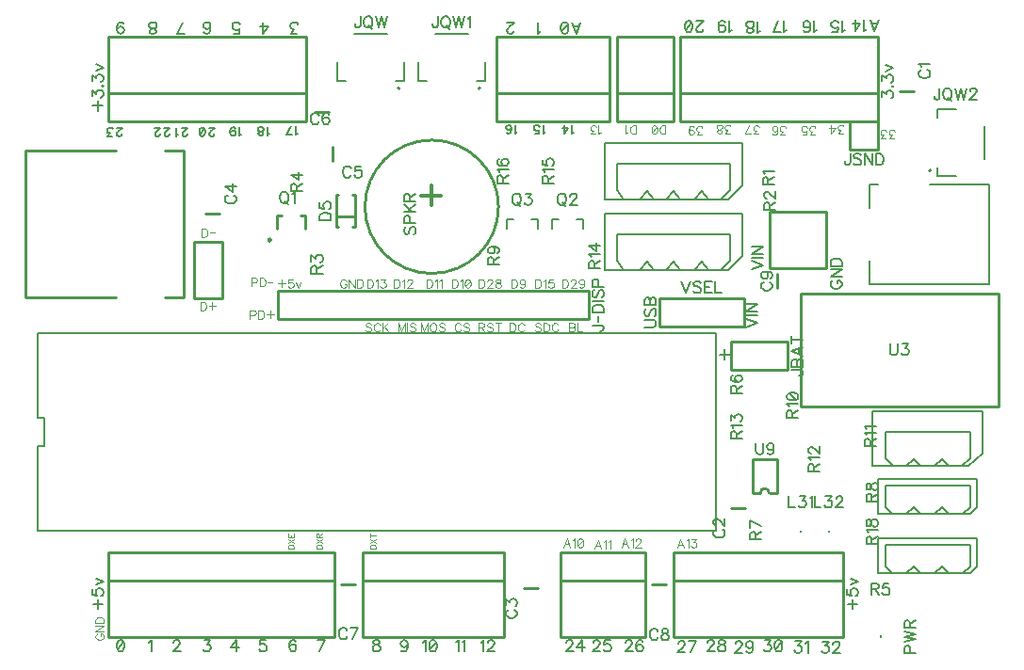
<source format=gto>
G04 DipTrace 3.3.1.3*
G04 T4-T36-Breakout-Robotshop.gto*
%MOIN*%
G04 #@! TF.FileFunction,Legend,Top*
G04 #@! TF.Part,Single*
%ADD10C,0.009843*%
%ADD21C,0.008*%
%ADD38C,0.005*%
%ADD117C,0.006176*%
%ADD118C,0.004632*%
%ADD119C,0.006562*%
%ADD122C,0.003088*%
%ADD123C,0.012351*%
%FSLAX26Y26*%
G04*
G70*
G90*
G75*
G01*
G04 TopSilk*
%LPD*%
X3544271Y2402340D2*
D10*
X3493129D1*
X2898129Y925060D2*
X2949271D1*
X2163129Y640060D2*
X2214271D1*
X1089271Y1967537D2*
X1038129D1*
X1487340Y2153129D2*
Y2204271D1*
X1474271Y2327340D2*
X1423129D1*
X1518129Y655060D2*
X1569271D1*
X2618129Y652461D2*
X2669271D1*
X3062340Y1703129D2*
Y1754271D1*
X3418700Y2393700D2*
Y2593700D1*
X2718700Y2393700D2*
Y2593700D1*
X3418700D1*
X2718700Y2393700D2*
X3418700D1*
X2068700D2*
X2468700D1*
X2068700Y2593700D2*
X2468700D1*
X2068700Y2393700D2*
Y2593700D1*
X2468700Y2393700D2*
Y2593700D1*
X1393700Y2393700D2*
Y2593700D1*
X693700Y2393700D2*
Y2593700D1*
X1393700D1*
X693700Y2393700D2*
X1393700D1*
X1493700Y468700D2*
Y668700D1*
X693700Y468700D2*
Y668700D1*
Y468700D2*
X1493700D1*
X693700Y668700D2*
X1493700D1*
X1593700Y468700D2*
X2093700D1*
X1593700Y668700D2*
X2093700D1*
X1593700Y468700D2*
Y668700D1*
X2093700Y468700D2*
Y668700D1*
X2693700Y468700D2*
X3293700D1*
Y668700D1*
X2693700D2*
X3293700D1*
X2693700Y468700D2*
Y668700D1*
X2402000Y468700D2*
X2593700D1*
X2293700D2*
X2593700D1*
X2293700Y668700D2*
X2593700D1*
X2293700Y468700D2*
Y668700D1*
X2593700Y468700D2*
Y668700D1*
X1567165Y2033857D2*
Y1919684D1*
X1500235Y2033857D2*
Y1919684D1*
X1559267Y2033857D2*
X1567165D1*
X1500235D2*
X1508133D1*
X1559267Y1919684D2*
X1567165D1*
X1500235D2*
X1508133D1*
X1500235Y1957086D2*
X1567165D1*
X3388699Y2070855D2*
D21*
Y1988167D1*
X3809973Y2070855D2*
X3601322D1*
X3388699D2*
X3416247D1*
X3809973Y1716535D2*
X3388699D1*
Y1799223D1*
X3809973Y1716535D2*
Y2070855D1*
X962125Y2190725D2*
D10*
Y1671085D1*
X402283D2*
X720385D1*
X893600D2*
X961341D1*
X402283D2*
Y2190725D1*
X720385D1*
X893600D2*
X961341D1*
X2393700Y1593700D2*
Y1693700D1*
X1293700Y1593700D2*
X2393700D1*
X1293700D2*
Y1693700D1*
X1368500D1*
X2393700D1*
X3788582Y1265747D2*
D38*
X3398818D1*
Y1072835D1*
X3517696Y1072700D2*
X3567703D1*
X3617709D1*
X3667716D1*
X3717684D1*
X3737016Y1072719D1*
X3788582Y1116136D1*
Y1265747D1*
X3668691Y1073704D2*
X3643707Y1098703D1*
X3618684Y1073704D1*
X3568716Y1072835D2*
X3543693Y1096696D1*
X3518709Y1072835D1*
X3468703D1*
X3401975D1*
X3469716Y1074708D2*
X3443719Y1099707D1*
X3443680Y1193702D1*
X3743720D1*
X3743681Y1100692D1*
X3715696Y1075692D1*
X3768700Y1028700D2*
X3418700D1*
Y903700D1*
X3518695D2*
X3568710D1*
X3618690D1*
X3668705D1*
X3718685D1*
X3743710D1*
X3768700Y928700D1*
Y1028700D1*
X3668705Y903700D2*
X3643715Y928700D1*
X3618690Y903700D1*
X3568710D2*
X3543685Y928700D1*
X3518695Y903700D1*
X3468715D1*
X3418700D1*
X3468715D2*
X3443690Y928700D1*
Y1003700D1*
X3743710D1*
Y928700D1*
X3718685Y903700D1*
X3768700Y818700D2*
X3418700D1*
Y693700D1*
X3518695D2*
X3568710D1*
X3618690D1*
X3668705D1*
X3718685D1*
X3743710D1*
X3768700Y718700D1*
Y818700D1*
X3668705Y693700D2*
X3643715Y718700D1*
X3618690Y693700D1*
X3568710D2*
X3543685Y718700D1*
X3518695Y693700D1*
X3468715D1*
X3418700D1*
X3468715D2*
X3443690Y718700D1*
Y793700D1*
X3743710D1*
Y718700D1*
X3718685Y693700D1*
X3098700Y1413700D2*
D10*
Y1513700D1*
X2898700Y1413700D2*
X3098700D1*
X2898700D2*
Y1513700D1*
X3098700D1*
X693700Y768700D2*
X1493700D1*
X693700Y668700D2*
Y768700D1*
Y668700D2*
X1493700D1*
Y768700D1*
X1593700D2*
Y668700D1*
X2093700Y768700D2*
X1593700D1*
X2093700Y668700D2*
X1593700D1*
X2093700Y768700D2*
Y668700D1*
X2693700D2*
X3293700D1*
X2693700Y768700D2*
X3293700D1*
X2693700Y668700D2*
Y768700D1*
X3293700Y668700D2*
Y768700D1*
X2718700Y2393700D2*
Y2293700D1*
X3418700Y2393700D2*
X2718700D1*
X3418700D2*
Y2293700D1*
X2718700D1*
X2468700D2*
Y2393700D1*
X2068700Y2293700D2*
X2468700D1*
X2068700Y2393700D2*
X2468700D1*
X2068700Y2293700D2*
Y2393700D1*
X1393700Y2293700D2*
Y2393700D1*
X693700Y2293700D2*
X1393700D1*
X693700D2*
Y2393700D1*
X1393700D1*
X2293700Y668700D2*
Y768700D1*
X2593700D1*
Y668700D2*
Y768700D1*
X2293700Y668700D2*
X2593700D1*
X2493700Y2393700D2*
Y2293700D1*
X2693700Y2393700D2*
X2493700D1*
X2693700D2*
Y2293700D1*
X2493700D1*
X1682522Y2604800D2*
D21*
X1564406D1*
X1741580Y2502433D2*
Y2437475D1*
X1534876D2*
X1505347D1*
Y2502433D1*
X1741580Y2437475D2*
X1712051D1*
X1717887Y2411884D2*
G02X1717887Y2411884I4002J0D01*
G01*
X1967522Y2604800D2*
X1849406D1*
X2026580Y2502433D2*
Y2437475D1*
X1819876D2*
X1790347D1*
Y2502433D1*
X2026580Y2437475D2*
X1997051D1*
X2002887Y2411884D2*
G02X2002887Y2411884I4002J0D01*
G01*
X3795115Y2159642D2*
Y2277758D1*
X3692748Y2100583D2*
X3627790D1*
Y2307287D2*
Y2336817D1*
X3692748D1*
X3627790Y2100583D2*
Y2130113D1*
X3598197Y2120274D2*
G02X3598197Y2120274I4002J0D01*
G01*
X3418700Y2293700D2*
D10*
X3318700D1*
X3418700Y2193700D2*
Y2293700D1*
Y2193700D2*
X3318700D1*
Y2293700D1*
X1098700Y1868700D2*
X998700D1*
X1098700Y1668700D2*
Y1868700D1*
Y1668700D2*
X998700D1*
Y1868700D1*
X3233700Y1973700D2*
Y1773700D1*
X3033700Y1973700D2*
X3233700D1*
X3033700Y1773700D2*
X3233700D1*
X3033700Y1973700D2*
Y1773700D1*
G36*
X3147637Y843700D2*
X3139763D1*
Y835827D1*
X3147637D1*
Y843700D1*
G37*
G36*
X3247637D2*
X3239763D1*
Y835827D1*
X3247637D1*
Y843700D1*
G37*
G36*
X3432558Y464763D2*
X3424685D1*
Y472637D1*
X3432558D1*
Y464763D1*
G37*
X1270224Y1873739D2*
D10*
G02X1270224Y1873739I-4922J0D01*
G01*
X1391325Y1915078D2*
Y1960275D1*
X1290857Y1915078D2*
Y1960275D1*
X1308658D1*
X1373524D2*
X1391325D1*
X2287206Y1946263D2*
D21*
X2263585D1*
Y1914763D1*
X2350194Y1946263D2*
X2373815D1*
Y1914763D1*
X2127206Y1946263D2*
X2103585D1*
Y1914763D1*
X2190194Y1946263D2*
X2213815D1*
Y1914763D1*
X1602456Y1991683D2*
D10*
G02X1602456Y1991683I236232J0D01*
G01*
X2624963Y2018700D2*
D38*
X2599954Y2046700D1*
X2574945Y2018700D1*
X2518688D1*
X2449950D1*
X2937450Y2218700D2*
X2449950D1*
Y2018700D1*
X2668691D2*
X2699940D1*
X2768678D1*
X2818695D1*
X2868713D1*
X2887433D1*
X2937450Y2068700D1*
Y2218700D1*
X2818695Y2018700D2*
X2793686Y2048700D1*
X2768678Y2018700D1*
X2718709D2*
X2693700Y2046700D1*
X2668691Y2018700D1*
X2612434D1*
X2518688D1*
X2493679Y2049960D1*
Y2143700D1*
X2893721D1*
X2893673Y2050700D1*
X2862473Y2018700D1*
X3143700Y1683700D2*
D10*
X3843700D1*
Y1283700D1*
X3143700D1*
Y1683700D1*
X468665Y1143723D2*
D21*
Y1243682D1*
X443700D1*
Y1543700D1*
X2843705D1*
Y843705D1*
X443700D1*
Y1143723D1*
X468665D1*
X2493700Y2593700D2*
D10*
X2693700D1*
X2493700Y2393700D2*
Y2593700D1*
X2693700Y2393700D2*
Y2593700D1*
X2493700Y2393700D2*
X2693700D1*
X2624963Y1768700D2*
D38*
X2599954Y1796700D1*
X2574945Y1768700D1*
X2518688D1*
X2449950D1*
X2937450Y1968700D2*
X2449950D1*
Y1768700D1*
X2668691D2*
X2699940D1*
X2768678D1*
X2818695D1*
X2868713D1*
X2887433D1*
X2937450Y1818700D1*
Y1968700D1*
X2818695Y1768700D2*
X2793686Y1798700D1*
X2768678Y1768700D1*
X2718709D2*
X2693700Y1796700D1*
X2668691Y1768700D1*
X2612434D1*
X2518688D1*
X2493679Y1799960D1*
Y1893700D1*
X2893721D1*
X2893673Y1800700D1*
X2862473Y1768700D1*
X3060403Y978025D2*
D10*
Y1096146D1*
X2973769Y978025D2*
Y1096146D1*
X3060403D2*
X2973769D1*
X3060403Y978025D2*
X3032842D1*
X3001330D2*
X2973769D1*
X3032842D2*
G03X3001330Y978025I-15756J-10D01*
G01*
X2643700Y1568700D2*
Y1668700D1*
X2943700D1*
Y1568700D2*
Y1668700D1*
X2643700Y1568700D2*
X2943700D1*
X3571345Y2476592D2*
D117*
X3567543Y2474691D1*
X3563696Y2470844D1*
X3561795Y2467041D1*
Y2459392D1*
X3563696Y2455545D1*
X3567543Y2451743D1*
X3571345Y2449797D1*
X3577093Y2447896D1*
X3586688D1*
X3592392Y2449797D1*
X3596239Y2451743D1*
X3600041Y2455545D1*
X3601987Y2459392D1*
Y2467041D1*
X3600041Y2470844D1*
X3596239Y2474691D1*
X3592392Y2476592D1*
X3569488Y2488943D2*
X3567543Y2492790D1*
X3561839Y2498538D1*
X3601987D1*
X2845145Y848958D2*
X2841342Y847057D1*
X2837495Y843210D1*
X2835594Y839407D1*
Y831758D1*
X2837495Y827911D1*
X2841342Y824109D1*
X2845145Y822163D1*
X2850893Y820262D1*
X2860487D1*
X2866191Y822163D1*
X2870038Y824109D1*
X2873841Y827911D1*
X2875786Y831758D1*
Y839407D1*
X2873841Y843210D1*
X2870038Y847057D1*
X2866191Y848958D1*
X2845189Y863255D2*
X2843288D1*
X2839441Y865156D1*
X2837540Y867057D1*
X2835638Y870904D1*
Y878553D1*
X2837540Y882356D1*
X2839441Y884257D1*
X2843288Y886203D1*
X2847090D1*
X2850937Y884257D1*
X2856641Y880455D1*
X2875786Y861309D1*
Y888104D1*
X2110145Y563958D2*
X2106342Y562057D1*
X2102495Y558210D1*
X2100594Y554407D1*
Y546758D1*
X2102495Y542911D1*
X2106342Y539109D1*
X2110145Y537163D1*
X2115893Y535262D1*
X2125487D1*
X2131191Y537163D1*
X2135038Y539109D1*
X2138841Y542911D1*
X2140786Y546758D1*
Y554407D1*
X2138841Y558210D1*
X2135038Y562057D1*
X2131191Y563958D1*
X2100638Y580156D2*
Y601159D1*
X2115937Y589707D1*
Y595455D1*
X2117838Y599257D1*
X2119739Y601158D1*
X2125487Y603104D1*
X2129290D1*
X2135038Y601158D1*
X2138885Y597356D1*
X2140786Y591608D1*
Y585860D1*
X2138885Y580156D1*
X2136939Y578255D1*
X2133137Y576309D1*
X1116345Y2032238D2*
X1112543Y2030337D1*
X1108696Y2026490D1*
X1106795Y2022688D1*
Y2015038D1*
X1108696Y2011192D1*
X1112543Y2007389D1*
X1116345Y2005444D1*
X1122093Y2003542D1*
X1131688D1*
X1137392Y2005444D1*
X1141239Y2007389D1*
X1145041Y2011192D1*
X1146987Y2015038D1*
Y2022688D1*
X1145041Y2026490D1*
X1141239Y2030337D1*
X1137392Y2032238D1*
X1146987Y2063735D2*
X1106839D1*
X1133589Y2044590D1*
Y2073286D1*
X1552992Y2126055D2*
X1551091Y2129857D1*
X1547244Y2133704D1*
X1543441Y2135605D1*
X1535792D1*
X1531945Y2133704D1*
X1528143Y2129857D1*
X1526197Y2126055D1*
X1524296Y2120307D1*
Y2110712D1*
X1526197Y2105008D1*
X1528143Y2101162D1*
X1531945Y2097359D1*
X1535792Y2095413D1*
X1543441D1*
X1547244Y2097359D1*
X1551091Y2101162D1*
X1552992Y2105008D1*
X1588291Y2135561D2*
X1569190D1*
X1567289Y2118361D1*
X1569190Y2120263D1*
X1574938Y2122208D1*
X1580642D1*
X1586390Y2120263D1*
X1590237Y2116460D1*
X1592138Y2110712D1*
Y2106910D1*
X1590237Y2101162D1*
X1586390Y2097315D1*
X1580642Y2095413D1*
X1574938D1*
X1569190Y2097315D1*
X1567289Y2099260D1*
X1565343Y2103063D1*
X1439448Y2314223D2*
X1437546Y2318025D1*
X1433700Y2321872D1*
X1429897Y2323773D1*
X1422248D1*
X1418401Y2321872D1*
X1414598Y2318025D1*
X1412653Y2314223D1*
X1410752Y2308475D1*
Y2298880D1*
X1412653Y2293176D1*
X1414598Y2289329D1*
X1418401Y2285527D1*
X1422248Y2283581D1*
X1429897D1*
X1433700Y2285527D1*
X1437546Y2289329D1*
X1439448Y2293176D1*
X1474747Y2318025D2*
X1472846Y2321828D1*
X1467098Y2323729D1*
X1463295D1*
X1457547Y2321828D1*
X1453700Y2316080D1*
X1451799Y2306529D1*
Y2296979D1*
X1453700Y2289329D1*
X1457547Y2285483D1*
X1463295Y2283581D1*
X1465196D1*
X1470900Y2285483D1*
X1474747Y2289329D1*
X1476648Y2295078D1*
Y2296979D1*
X1474747Y2302727D1*
X1470900Y2306529D1*
X1465196Y2308431D1*
X1463295D1*
X1457547Y2306529D1*
X1453700Y2302727D1*
X1451799Y2296979D1*
X1538475Y490189D2*
X1536574Y493991D1*
X1532727Y497838D1*
X1528924Y499739D1*
X1521275D1*
X1517428Y497838D1*
X1513626Y493991D1*
X1511680Y490189D1*
X1509779Y484441D1*
Y474846D1*
X1511680Y469142D1*
X1513626Y465295D1*
X1517428Y461493D1*
X1521275Y459547D1*
X1528924D1*
X1532727Y461493D1*
X1536574Y465295D1*
X1538475Y469142D1*
X1558476Y459547D2*
X1577621Y499695D1*
X1550826D1*
X2638497Y487590D2*
X2636596Y491393D1*
X2632749Y495240D1*
X2628946Y497141D1*
X2621297D1*
X2617450Y495240D1*
X2613648Y491393D1*
X2611702Y487590D1*
X2609801Y481842D1*
Y472248D1*
X2611702Y466544D1*
X2613648Y462697D1*
X2617450Y458894D1*
X2621297Y456949D1*
X2628946D1*
X2632749Y458894D1*
X2636596Y462697D1*
X2638497Y466544D1*
X2660399Y497097D2*
X2654695Y495195D1*
X2652750Y491393D1*
Y487546D1*
X2654695Y483744D1*
X2658498Y481798D1*
X2666147Y479897D1*
X2671895Y477996D1*
X2675698Y474149D1*
X2677599Y470346D1*
Y464598D1*
X2675698Y460796D1*
X2673796Y458850D1*
X2668048Y456949D1*
X2660399D1*
X2654695Y458850D1*
X2652750Y460796D1*
X2650848Y464598D1*
Y470346D1*
X2652750Y474149D1*
X2656596Y477996D1*
X2662300Y479897D1*
X2669950Y481798D1*
X2673796Y483744D1*
X2675698Y487546D1*
Y491393D1*
X2673796Y495195D1*
X2668048Y497097D1*
X2660399D1*
X3013313Y1724426D2*
X3009510Y1722524D1*
X3005663Y1718678D1*
X3003762Y1714875D1*
Y1707226D1*
X3005663Y1703379D1*
X3009510Y1699577D1*
X3013313Y1697631D1*
X3019061Y1695730D1*
X3028655D1*
X3034359Y1697631D1*
X3038206Y1699577D1*
X3042009Y1703379D1*
X3043954Y1707226D1*
Y1714875D1*
X3042009Y1718678D1*
X3038206Y1722524D1*
X3034359Y1724426D1*
X3017159Y1761670D2*
X3022907Y1759725D1*
X3026754Y1755922D1*
X3028655Y1750174D1*
Y1748273D1*
X3026754Y1742525D1*
X3022907Y1738723D1*
X3017159Y1736777D1*
X3015258D1*
X3009510Y1738723D1*
X3005708Y1742525D1*
X3003806Y1748273D1*
Y1750174D1*
X3005708Y1755922D1*
X3009510Y1759725D1*
X3017159Y1761670D1*
X3026754D1*
X3036305Y1759725D1*
X3042053Y1755922D1*
X3043954Y1750174D1*
Y1746372D1*
X3042053Y1740624D1*
X3038206Y1738722D1*
X1441657Y1943801D2*
X1481849D1*
Y1957198D1*
X1479904Y1962946D1*
X1476101Y1966793D1*
X1472254Y1968694D1*
X1466550Y1970595D1*
X1456956D1*
X1451208Y1968694D1*
X1447405Y1966793D1*
X1443558Y1962946D1*
X1441657Y1957198D1*
Y1943801D1*
X1441701Y2005895D2*
Y1986793D1*
X1458901Y1984892D1*
X1457000Y1986793D1*
X1455054Y1992541D1*
Y1998245D1*
X1457000Y2003993D1*
X1460802Y2007840D1*
X1466550Y2009741D1*
X1470353D1*
X1476101Y2007840D1*
X1479948Y2003993D1*
X1481849Y1998245D1*
Y1992541D1*
X1479948Y1986793D1*
X1478002Y1984892D1*
X1474200Y1982947D1*
X2407267Y1571148D2*
X2437864D1*
X2443612Y1569247D1*
X2445514Y1567302D1*
X2447459Y1563499D1*
Y1559652D1*
X2445513Y1555850D1*
X2443612Y1553949D1*
X2437864Y1552003D1*
X2434062D1*
X2427385Y1583500D2*
Y1605608D1*
X2407267Y1617959D2*
X2447459D1*
Y1631356D1*
X2445513Y1637104D1*
X2441711Y1640951D1*
X2437864Y1642852D1*
X2432160Y1644754D1*
X2422566D1*
X2416818Y1642852D1*
X2413015Y1640951D1*
X2409168Y1637104D1*
X2407267Y1631356D1*
Y1617959D1*
Y1657105D2*
X2447459D1*
X2413015Y1696251D2*
X2409168Y1692448D1*
X2407267Y1686700D1*
Y1679051D1*
X2409168Y1673303D1*
X2413015Y1669456D1*
X2416818D1*
X2420664Y1671402D1*
X2422566Y1673303D1*
X2424467Y1677106D1*
X2428314Y1688602D1*
X2430215Y1692448D1*
X2432160Y1694350D1*
X2435963Y1696251D1*
X2441711D1*
X2445513Y1692448D1*
X2447459Y1686700D1*
Y1679051D1*
X2445513Y1673303D1*
X2441711Y1669456D1*
X2428314Y1708602D2*
Y1725847D1*
X2426412Y1731550D1*
X2424467Y1733496D1*
X2420664Y1735397D1*
X2414916D1*
X2411114Y1733496D1*
X2409168Y1731550D1*
X2407267Y1725847D1*
Y1708602D1*
X2447459D1*
X3112267Y1412630D2*
X3142864D1*
X3148612Y1410729D1*
X3150514Y1408784D1*
X3152459Y1404981D1*
Y1401134D1*
X3150513Y1397332D1*
X3148612Y1395430D1*
X3142864Y1393485D1*
X3139062D1*
X3112267Y1424982D2*
X3152459D1*
Y1442226D1*
X3150514Y1447974D1*
X3148612Y1449875D1*
X3144810Y1451776D1*
X3139062D1*
X3135215Y1449875D1*
X3133314Y1447974D1*
X3131412Y1442226D1*
X3129467Y1447974D1*
X3127566Y1449875D1*
X3123763Y1451776D1*
X3119916D1*
X3116114Y1449875D1*
X3114168Y1447974D1*
X3112267Y1442226D1*
Y1424982D1*
X3131412D2*
Y1442226D1*
X3152459Y1494769D2*
X3112267Y1479426D1*
X3152459Y1464128D1*
X3139062Y1469876D2*
Y1489021D1*
X3112267Y1520518D2*
X3152459D1*
X3112267Y1507121D2*
Y1533915D1*
X1586219Y2666334D2*
Y2635736D1*
X1584318Y2629988D1*
X1582372Y2628087D1*
X1578570Y2626142D1*
X1574723D1*
X1570920Y2628087D1*
X1569019Y2629988D1*
X1567074Y2635736D1*
Y2639539D1*
X1610066Y2666334D2*
X1606264Y2664477D1*
X1602417Y2660630D1*
X1600516Y2656783D1*
X1598570Y2651035D1*
Y2641484D1*
X1600516Y2635736D1*
X1602417Y2631934D1*
X1606264Y2628087D1*
X1610066Y2626186D1*
X1617716D1*
X1621563Y2628087D1*
X1625365Y2631934D1*
X1627266Y2635736D1*
X1629212Y2641484D1*
Y2651035D1*
X1627266Y2656783D1*
X1625365Y2660630D1*
X1621563Y2664477D1*
X1617716Y2666334D1*
X1610066D1*
X1615814Y2633835D2*
X1627266Y2622339D1*
X1641563Y2666334D2*
X1651158Y2626142D1*
X1660709Y2666334D1*
X1670259Y2626142D1*
X1679854Y2666334D1*
X1860246D2*
Y2635736D1*
X1858345Y2629988D1*
X1856399Y2628087D1*
X1852597Y2626142D1*
X1848750D1*
X1844947Y2628087D1*
X1843046Y2629988D1*
X1841101Y2635736D1*
Y2639539D1*
X1884093Y2666334D2*
X1880291Y2664477D1*
X1876444Y2660630D1*
X1874543Y2656783D1*
X1872597Y2651035D1*
Y2641484D1*
X1874543Y2635736D1*
X1876444Y2631934D1*
X1880291Y2628087D1*
X1884093Y2626186D1*
X1891743D1*
X1895589Y2628087D1*
X1899392Y2631934D1*
X1901293Y2635736D1*
X1903239Y2641484D1*
Y2651035D1*
X1901293Y2656783D1*
X1899392Y2660630D1*
X1895589Y2664477D1*
X1891743Y2666334D1*
X1884093D1*
X1889841Y2633835D2*
X1901293Y2622339D1*
X1915590Y2666334D2*
X1925185Y2626142D1*
X1934735Y2666334D1*
X1944286Y2626142D1*
X1953881Y2666334D1*
X1966232Y2658640D2*
X1970079Y2660586D1*
X1975827Y2666289D1*
Y2626142D1*
X3635937Y2411137D2*
Y2380540D1*
X3634036Y2374791D1*
X3632091Y2372890D1*
X3628288Y2370945D1*
X3624441D1*
X3620639Y2372890D1*
X3618737Y2374791D1*
X3616792Y2380540D1*
Y2384342D1*
X3659785Y2411137D2*
X3655982Y2409280D1*
X3652135Y2405433D1*
X3650234Y2401586D1*
X3648289Y2395838D1*
Y2386288D1*
X3650234Y2380540D1*
X3652135Y2376737D1*
X3655982Y2372890D1*
X3659785Y2370989D1*
X3667434D1*
X3671281Y2372890D1*
X3675083Y2376737D1*
X3676985Y2380540D1*
X3678930Y2386288D1*
Y2395838D1*
X3676985Y2401586D1*
X3675083Y2405433D1*
X3671281Y2409280D1*
X3667434Y2411137D1*
X3659785D1*
X3665533Y2378638D2*
X3676985Y2367142D1*
X3691282Y2411137D2*
X3700876Y2370945D1*
X3710427Y2411137D1*
X3719977Y2370945D1*
X3729572Y2411137D1*
X3743869Y2401542D2*
Y2403443D1*
X3745770Y2407290D1*
X3747672Y2409191D1*
X3751518Y2411093D1*
X3759168D1*
X3762970Y2409191D1*
X3764872Y2407290D1*
X3766817Y2403443D1*
Y2399641D1*
X3764872Y2395794D1*
X3761069Y2390090D1*
X3741924Y2370945D1*
X3768718D1*
X3319554Y2180133D2*
Y2149536D1*
X3317652Y2143788D1*
X3315707Y2141887D1*
X3311904Y2139941D1*
X3308058D1*
X3304255Y2141887D1*
X3302354Y2143788D1*
X3300408Y2149536D1*
Y2153338D1*
X3358700Y2174385D2*
X3354897Y2178232D1*
X3349149Y2180133D1*
X3341500D1*
X3335752Y2178232D1*
X3331905Y2174385D1*
Y2170582D1*
X3333850Y2166736D1*
X3335752Y2164834D1*
X3339554Y2162933D1*
X3351050Y2159086D1*
X3354897Y2157185D1*
X3356798Y2155240D1*
X3358700Y2151437D1*
Y2145689D1*
X3354897Y2141887D1*
X3349149Y2139941D1*
X3341500D1*
X3335752Y2141887D1*
X3331905Y2145689D1*
X3397846Y2180133D2*
Y2139941D1*
X3371051Y2180133D1*
Y2139941D1*
X3410197Y2180133D2*
Y2139941D1*
X3423594D1*
X3429342Y2141887D1*
X3433189Y2145689D1*
X3435091Y2149536D1*
X3436992Y2155240D1*
Y2164834D1*
X3435091Y2170582D1*
X3433189Y2174385D1*
X3429342Y2178232D1*
X3423594Y2180133D1*
X3410197D1*
X3101680Y967239D2*
Y927047D1*
X3124628D1*
X3140826Y967195D2*
X3161828D1*
X3150377Y951896D1*
X3156125D1*
X3159927Y949995D1*
X3161828Y948094D1*
X3163774Y942346D1*
Y938543D1*
X3161828Y932795D1*
X3158026Y928948D1*
X3152278Y927047D1*
X3146530D1*
X3140826Y928948D1*
X3138925Y930894D1*
X3136979Y934696D1*
X3176125Y959546D2*
X3179972Y961491D1*
X3185720Y967195D1*
Y927047D1*
X3193080Y967239D2*
Y927047D1*
X3216028D1*
X3232226Y967195D2*
X3253228D1*
X3241777Y951896D1*
X3247525D1*
X3251327Y949995D1*
X3253228Y948094D1*
X3255174Y942346D1*
Y938543D1*
X3253228Y932795D1*
X3249426Y928948D1*
X3243678Y927047D1*
X3237930D1*
X3232226Y928948D1*
X3230325Y930894D1*
X3228379Y934696D1*
X3269471Y957644D2*
Y959546D1*
X3271372Y963392D1*
X3273273Y965294D1*
X3277120Y967195D1*
X3284769D1*
X3288572Y965294D1*
X3290473Y963392D1*
X3292419Y959546D1*
Y955743D1*
X3290473Y951896D1*
X3286671Y946192D1*
X3267525Y927047D1*
X3294320D1*
X3532132Y410409D2*
X3532133Y427653D1*
X3530231Y433357D1*
X3528286Y435302D1*
X3524483Y437203D1*
X3518735D1*
X3514933Y435302D1*
X3512987Y433357D1*
X3511086Y427653D1*
Y410409D1*
X3551278D1*
X3511086Y449555D2*
X3551278Y459149D1*
X3511086Y468700D1*
X3551278Y478251D1*
X3511086Y487845D1*
X3530231Y500197D2*
Y517397D1*
X3528286Y523145D1*
X3526384Y525090D1*
X3522582Y526991D1*
X3518735D1*
X3514933Y525090D1*
X3512987Y523145D1*
X3511086Y517397D1*
Y500197D1*
X3551278D1*
X3530231Y513594D2*
X3551278Y526991D1*
X1313010Y2044483D2*
X1309207Y2042626D1*
X1305361Y2038779D1*
X1303459Y2034933D1*
X1301514Y2029185D1*
Y2019634D1*
X1303459Y2013886D1*
X1305361Y2010083D1*
X1309207Y2006237D1*
X1313010Y2004335D1*
X1320659D1*
X1324506Y2006237D1*
X1328308Y2010083D1*
X1330210Y2013886D1*
X1332155Y2019634D1*
Y2029185D1*
X1330210Y2034933D1*
X1328308Y2038779D1*
X1324506Y2042626D1*
X1320659Y2044483D1*
X1313010D1*
X1318758Y2011985D2*
X1330210Y2000489D1*
X1344507Y2036790D2*
X1348353Y2038735D1*
X1354101Y2044439D1*
Y2004291D1*
X2295302Y2038302D2*
X2291500Y2036445D1*
X2287653Y2032598D1*
X2285752Y2028752D1*
X2283806Y2023003D1*
Y2013453D1*
X2285752Y2007705D1*
X2287653Y2003902D1*
X2291500Y2000056D1*
X2295302Y1998154D1*
X2302952D1*
X2306798Y2000056D1*
X2310601Y2003902D1*
X2312502Y2007705D1*
X2314448Y2013453D1*
Y2023003D1*
X2312502Y2028752D1*
X2310601Y2032598D1*
X2306798Y2036445D1*
X2302952Y2038302D1*
X2295302D1*
X2301050Y2005804D2*
X2312502Y1994308D1*
X2328745Y2028707D2*
Y2030609D1*
X2330646Y2034455D1*
X2332547Y2036357D1*
X2336394Y2038258D1*
X2344043D1*
X2347846Y2036357D1*
X2349747Y2034455D1*
X2351692Y2030609D1*
Y2026806D1*
X2349747Y2022959D1*
X2345944Y2017255D1*
X2326799Y1998110D1*
X2353594D1*
X2135302Y2038302D2*
X2131500Y2036445D1*
X2127653Y2032598D1*
X2125752Y2028752D1*
X2123806Y2023003D1*
Y2013453D1*
X2125752Y2007705D1*
X2127653Y2003902D1*
X2131500Y2000056D1*
X2135302Y1998154D1*
X2142952D1*
X2146798Y2000056D1*
X2150601Y2003902D1*
X2152502Y2007705D1*
X2154448Y2013453D1*
Y2023003D1*
X2152502Y2028752D1*
X2150601Y2032598D1*
X2146798Y2036445D1*
X2142952Y2038302D1*
X2135302D1*
X2141050Y2005804D2*
X2152502Y1994308D1*
X2170646Y2038258D2*
X2191648D1*
X2180196Y2022959D1*
X2185944D1*
X2189747Y2021058D1*
X2191648Y2019157D1*
X2193594Y2013409D1*
Y2009606D1*
X2191648Y2003858D1*
X2187846Y2000011D1*
X2182098Y1998110D1*
X2176350D1*
X2170646Y2000011D1*
X2168745Y2001957D1*
X2166799Y2005759D1*
X3028676Y2069330D2*
Y2086530D1*
X3026731Y2092278D1*
X3024830Y2094223D1*
X3021027Y2096124D1*
X3017180D1*
X3013378Y2094223D1*
X3011432Y2092278D1*
X3009531Y2086530D1*
Y2069330D1*
X3049723D1*
X3028676Y2082727D2*
X3049723Y2096124D1*
X3017225Y2108476D2*
X3015279Y2112322D1*
X3009575Y2118071D1*
X3049723Y2118070D1*
X3033873Y1980730D2*
Y1997930D1*
X3031928Y2003678D1*
X3030027Y2005623D1*
X3026224Y2007524D1*
X3022377D1*
X3018575Y2005623D1*
X3016629Y2003678D1*
X3014728Y1997930D1*
Y1980730D1*
X3054920D1*
X3033873Y1994127D2*
X3054920Y2007524D1*
X3024323Y2021821D2*
X3022421D1*
X3018575Y2023723D1*
X3016673Y2025624D1*
X3014772Y2029471D1*
Y2037120D1*
X3016673Y2040922D1*
X3018575Y2042824D1*
X3022421Y2044769D1*
X3026224D1*
X3030071Y2042824D1*
X3035775Y2039021D1*
X3054920Y2019876D1*
Y2046670D1*
X1431806Y1755730D2*
Y1772930D1*
X1429861Y1778678D1*
X1427959Y1780623D1*
X1424157Y1782524D1*
X1420310D1*
X1416507Y1780623D1*
X1414562Y1778678D1*
X1412661Y1772930D1*
Y1755730D1*
X1452853D1*
X1431806Y1769127D2*
X1452853Y1782524D1*
X1412705Y1798723D2*
Y1819725D1*
X1428004Y1808273D1*
Y1814021D1*
X1429905Y1817824D1*
X1431806Y1819725D1*
X1437554Y1821670D1*
X1441357D1*
X1447105Y1819725D1*
X1450951Y1815922D1*
X1452853Y1810174D1*
Y1804426D1*
X1450951Y1798722D1*
X1449006Y1796821D1*
X1445203Y1794876D1*
X1359739Y2047181D2*
Y2064381D1*
X1357794Y2070129D1*
X1355893Y2072074D1*
X1352090Y2073975D1*
X1348243D1*
X1344441Y2072074D1*
X1342495Y2070129D1*
X1340594Y2064381D1*
Y2047181D1*
X1380786D1*
X1359739Y2060578D2*
X1380786Y2073975D1*
Y2105472D2*
X1340638D1*
X1367389Y2086327D1*
Y2115023D1*
X3393328Y637661D2*
X3410528D1*
X3416276Y639606D1*
X3418221Y641507D1*
X3420123Y645310D1*
Y649157D1*
X3418221Y652959D1*
X3416276Y654905D1*
X3410528Y656806D1*
X3393328D1*
Y616614D1*
X3406725Y637661D2*
X3420123Y616614D1*
X3455422Y656762D2*
X3436321D1*
X3434420Y639562D1*
X3436321Y641463D1*
X3442069Y643409D1*
X3447773D1*
X3453521Y641463D1*
X3457368Y637661D1*
X3459269Y631913D1*
Y628110D1*
X3457368Y622362D1*
X3453521Y618515D1*
X3447773Y616614D1*
X3442069D1*
X3436321Y618515D1*
X3434420Y620461D1*
X3432474Y624263D1*
X2916275Y1331703D2*
Y1348902D1*
X2914329Y1354650D1*
X2912428Y1356596D1*
X2908626Y1358497D1*
X2904779D1*
X2900976Y1356596D1*
X2899031Y1354650D1*
X2897129Y1348902D1*
Y1331703D1*
X2937321D1*
X2916275Y1345100D2*
X2937321Y1358497D1*
X2902878Y1393796D2*
X2899075Y1391895D1*
X2897174Y1386147D1*
Y1382345D1*
X2899075Y1376597D1*
X2904823Y1372750D1*
X2914374Y1370849D1*
X2923924Y1370848D1*
X2931573Y1372750D1*
X2935420Y1376596D1*
X2937321Y1382345D1*
Y1384246D1*
X2935420Y1389950D1*
X2931573Y1393796D1*
X2925825Y1395698D1*
X2923924D1*
X2918176Y1393796D1*
X2914374Y1389950D1*
X2912472Y1384246D1*
Y1382345D1*
X2914374Y1376597D1*
X2918176Y1372750D1*
X2923924Y1370848D1*
X2984739Y813328D2*
Y830528D1*
X2982794Y836276D1*
X2980893Y838222D1*
X2977090Y840123D1*
X2973243D1*
X2969441Y838222D1*
X2967495Y836276D1*
X2965594Y830528D1*
Y813328D1*
X3005786D1*
X2984739Y826726D2*
X3005786Y840123D1*
Y860123D2*
X2965638Y879269D1*
Y852474D1*
X3395940Y948153D2*
Y965353D1*
X3393994Y971101D1*
X3392093Y973047D1*
X3388291Y974948D1*
X3384444D1*
X3380641Y973047D1*
X3378696Y971101D1*
X3376795Y965353D1*
Y948153D1*
X3416987D1*
X3395940Y961551D2*
X3416987Y974948D1*
X3376839Y996850D2*
X3378740Y991146D1*
X3382543Y989201D1*
X3386389D1*
X3390192Y991146D1*
X3392137Y994949D1*
X3394039Y1002598D1*
X3395940Y1008346D1*
X3399787Y1012149D1*
X3403589Y1014050D1*
X3409337D1*
X3413140Y1012149D1*
X3415085Y1010247D1*
X3416987Y1004499D1*
Y996850D1*
X3415085Y991146D1*
X3413140Y989201D1*
X3409337Y987299D1*
X3403589D1*
X3399787Y989201D1*
X3395940Y993047D1*
X3394039Y998751D1*
X3392137Y1006401D1*
X3390192Y1010247D1*
X3386389Y1012149D1*
X3382543D1*
X3378740Y1010247D1*
X3376839Y1004499D1*
Y996850D1*
X2056275Y1786680D2*
Y1803880D1*
X2054329Y1809628D1*
X2052428Y1811574D1*
X2048626Y1813475D1*
X2044779D1*
X2040976Y1811574D1*
X2039031Y1809628D1*
X2037129Y1803880D1*
Y1786680D1*
X2077321D1*
X2056275Y1800078D2*
X2077321Y1813475D1*
X2050527Y1850720D2*
X2056275Y1848774D1*
X2060122Y1844972D1*
X2062023Y1839224D1*
Y1837322D1*
X2060122Y1831574D1*
X2056275Y1827772D1*
X2050527Y1825826D1*
X2048626D1*
X2042878Y1827772D1*
X2039075Y1831574D1*
X2037174Y1837322D1*
Y1839224D1*
X2039075Y1844972D1*
X2042878Y1848774D1*
X2050527Y1850720D1*
X2060122D1*
X2069672Y1848774D1*
X2075420Y1844972D1*
X2077321Y1839224D1*
Y1835421D1*
X2075420Y1829673D1*
X2071573Y1827772D1*
X3114404Y1244757D2*
Y1261957D1*
X3112459Y1267705D1*
X3110558Y1269650D1*
X3106755Y1271551D1*
X3102908D1*
X3099106Y1269650D1*
X3097160Y1267705D1*
X3095259Y1261957D1*
Y1244757D1*
X3135451D1*
X3114404Y1258154D2*
X3135451Y1271551D1*
X3102953Y1283903D2*
X3101007Y1287749D1*
X3095303Y1293497D1*
X3135451D1*
X3095303Y1317345D2*
X3097205Y1311597D1*
X3102953Y1307750D1*
X3112503Y1305849D1*
X3118251D1*
X3127802Y1307750D1*
X3133550Y1311597D1*
X3135451Y1317345D1*
Y1321147D1*
X3133550Y1326895D1*
X3127802Y1330698D1*
X3118251Y1332643D1*
X3112503D1*
X3102953Y1330698D1*
X3097205Y1326895D1*
X3095303Y1321147D1*
Y1317345D1*
X3102953Y1330698D2*
X3127802Y1307750D1*
X3389404Y1143357D2*
Y1160556D1*
X3387459Y1166304D1*
X3385558Y1168250D1*
X3381755Y1170151D1*
X3377908D1*
X3374106Y1168250D1*
X3372160Y1166304D1*
X3370259Y1160556D1*
Y1143357D1*
X3410451D1*
X3389404Y1156754D2*
X3410451Y1170151D1*
X3377953Y1182503D2*
X3376007Y1186349D1*
X3370303Y1192097D1*
X3410451D1*
X3377953Y1204449D2*
X3376007Y1208296D1*
X3370303Y1214044D1*
X3410451D1*
X3191275Y1054757D2*
Y1071957D1*
X3189329Y1077705D1*
X3187428Y1079650D1*
X3183626Y1081551D1*
X3179779D1*
X3175976Y1079650D1*
X3174031Y1077705D1*
X3172129Y1071957D1*
Y1054757D1*
X3212321D1*
X3191275Y1068154D2*
X3212321Y1081551D1*
X3179823Y1093903D2*
X3177878Y1097749D1*
X3172174Y1103497D1*
X3212321D1*
X3181724Y1117794D2*
X3179823D1*
X3175976Y1119696D1*
X3174075Y1121597D1*
X3172174Y1125444D1*
Y1133093D1*
X3174075Y1136895D1*
X3175976Y1138797D1*
X3179823Y1140742D1*
X3183626D1*
X3187472Y1138797D1*
X3193176Y1134994D1*
X3212321Y1115849D1*
Y1142643D1*
X2916275Y1169757D2*
Y1186957D1*
X2914329Y1192705D1*
X2912428Y1194650D1*
X2908626Y1196551D1*
X2904779D1*
X2900976Y1194650D1*
X2899031Y1192705D1*
X2897129Y1186957D1*
Y1169757D1*
X2937321D1*
X2916275Y1183154D2*
X2937321Y1196551D1*
X2904823Y1208903D2*
X2902878Y1212749D1*
X2897174Y1218497D1*
X2937321D1*
X2897174Y1234696D2*
Y1255698D1*
X2912472Y1244246D1*
Y1249994D1*
X2914374Y1253797D1*
X2916275Y1255698D1*
X2922023Y1257643D1*
X2925825D1*
X2931573Y1255698D1*
X2935420Y1251895D1*
X2937321Y1246147D1*
Y1240399D1*
X2935420Y1234696D1*
X2933475Y1232794D1*
X2929672Y1230849D1*
X2414404Y1773806D2*
Y1791006D1*
X2412459Y1796754D1*
X2410558Y1798699D1*
X2406755Y1800601D1*
X2402908D1*
X2399106Y1798699D1*
X2397160Y1796754D1*
X2395259Y1791006D1*
Y1773806D1*
X2435451D1*
X2414404Y1787203D2*
X2435451Y1800601D1*
X2402953Y1812952D2*
X2401007Y1816799D1*
X2395303Y1822547D1*
X2435451D1*
Y1854044D2*
X2395303D1*
X2422054Y1834898D1*
Y1863594D1*
X2249739Y2074757D2*
Y2091957D1*
X2247794Y2097705D1*
X2245893Y2099650D1*
X2242090Y2101551D1*
X2238243D1*
X2234441Y2099650D1*
X2232495Y2097705D1*
X2230594Y2091957D1*
Y2074757D1*
X2270786D1*
X2249739Y2088154D2*
X2270786Y2101551D1*
X2238288Y2113903D2*
X2236342Y2117749D1*
X2230638Y2123497D1*
X2270786D1*
X2230638Y2158797D2*
Y2139696D1*
X2247838Y2137794D1*
X2245937Y2139696D1*
X2243991Y2145444D1*
Y2151147D1*
X2245937Y2156895D1*
X2249739Y2160742D1*
X2255487Y2162643D1*
X2259290D1*
X2265038Y2160742D1*
X2268885Y2156895D1*
X2270786Y2151147D1*
Y2145444D1*
X2268885Y2139696D1*
X2266939Y2137794D1*
X2263137Y2135849D1*
X2089739Y2075729D2*
Y2092929D1*
X2087794Y2098677D1*
X2085893Y2100623D1*
X2082090Y2102524D1*
X2078243D1*
X2074441Y2100623D1*
X2072495Y2098677D1*
X2070594Y2092929D1*
Y2075729D1*
X2110786D1*
X2089739Y2089127D2*
X2110786Y2102524D1*
X2078288Y2114875D2*
X2076342Y2118722D1*
X2070638Y2124470D1*
X2110786D1*
X2076342Y2159769D2*
X2072540Y2157868D1*
X2070638Y2152120D1*
Y2148318D1*
X2072540Y2142570D1*
X2078288Y2138723D1*
X2087838Y2136822D1*
X2097389D1*
X2105038Y2138723D1*
X2108885Y2142570D1*
X2110786Y2148318D1*
Y2150219D1*
X2108885Y2155923D1*
X2105038Y2159769D1*
X2099290Y2161671D1*
X2097389D1*
X2091641Y2159769D1*
X2087838Y2155923D1*
X2085937Y2150219D1*
Y2148318D1*
X2087838Y2142570D1*
X2091641Y2138723D1*
X2097389Y2136822D1*
X3395940Y797377D2*
Y814577D1*
X3393994Y820325D1*
X3392093Y822271D1*
X3388291Y824172D1*
X3384444D1*
X3380641Y822271D1*
X3378696Y820325D1*
X3376795Y814577D1*
Y797377D1*
X3416987D1*
X3395940Y810775D2*
X3416987Y824172D1*
X3384488Y836523D2*
X3382543Y840370D1*
X3376839Y846118D1*
X3416987D1*
X3376839Y868020D2*
X3378740Y862316D1*
X3382543Y860371D1*
X3386389D1*
X3390192Y862316D1*
X3392137Y866119D1*
X3394039Y873768D1*
X3395940Y879516D1*
X3399787Y883319D1*
X3403589Y885220D1*
X3409337D1*
X3413140Y883319D1*
X3415085Y881417D1*
X3416987Y875669D1*
Y868020D1*
X3415085Y862316D1*
X3413140Y860371D1*
X3409337Y858469D1*
X3403589D1*
X3399787Y860371D1*
X3395940Y864217D1*
X3394039Y869921D1*
X3392137Y877571D1*
X3390192Y881417D1*
X3386389Y883319D1*
X3382543D1*
X3378740Y881417D1*
X3376839Y875669D1*
Y868020D1*
X1746931Y1921361D2*
X1743084Y1917559D1*
X1741182Y1911811D1*
Y1904161D1*
X1743084Y1898413D1*
X1746930Y1894567D1*
X1750733D1*
X1754580Y1896512D1*
X1756481Y1898413D1*
X1758382Y1902216D1*
X1762229Y1913712D1*
X1764130Y1917559D1*
X1766076Y1919460D1*
X1769878Y1921361D1*
X1775626D1*
X1779429Y1917559D1*
X1781375Y1911811D1*
X1781374Y1904161D1*
X1779429Y1898413D1*
X1775626Y1894567D1*
X1762229Y1933713D2*
Y1950957D1*
X1760328Y1956661D1*
X1758382Y1958606D1*
X1754580Y1960507D1*
X1748832D1*
X1745029Y1958606D1*
X1743084Y1956661D1*
X1741183Y1950957D1*
X1741182Y1933713D1*
X1781374D1*
X1741182Y1972859D2*
X1781374D1*
X1741182Y1999653D2*
X1767977Y1972859D1*
X1758382Y1982409D2*
X1781374Y1999653D1*
X1760328Y2012005D2*
Y2029205D1*
X1758382Y2034953D1*
X1756481Y2036898D1*
X1752679Y2038799D1*
X1748832D1*
X1745029Y2036898D1*
X1743084Y2034953D1*
X1741182Y2029205D1*
Y2012005D1*
X1781374D1*
X1760328Y2025402D2*
X1781374Y2038799D1*
X3460730Y1506206D2*
Y1477510D1*
X3462631Y1471762D1*
X3466478Y1467959D1*
X3472226Y1466014D1*
X3476028D1*
X3481776Y1467959D1*
X3485623Y1471762D1*
X3487524Y1477510D1*
Y1506206D1*
X3503722Y1506162D2*
X3524725D1*
X3513273Y1490863D1*
X3519021D1*
X3522824Y1488962D1*
X3524725Y1487060D1*
X3526670Y1481312D1*
Y1477510D1*
X3524725Y1471762D1*
X3520922Y1467915D1*
X3515174Y1466014D1*
X3509426D1*
X3503722Y1467915D1*
X3501821Y1469861D1*
X3499876Y1473663D1*
X2985066Y1154725D2*
Y1126029D1*
X2986967Y1120281D1*
X2990814Y1116478D1*
X2996562Y1114533D1*
X3000365D1*
X3006113Y1116478D1*
X3009959Y1120281D1*
X3011861Y1126029D1*
Y1154725D1*
X3049106Y1141327D2*
X3047160Y1135579D1*
X3043358Y1131733D1*
X3037609Y1129831D1*
X3035708D1*
X3029960Y1131733D1*
X3026158Y1135579D1*
X3024212Y1141327D1*
Y1143229D1*
X3026158Y1148977D1*
X3029960Y1152779D1*
X3035708Y1154680D1*
X3037609D1*
X3043358Y1152779D1*
X3047160Y1148977D1*
X3049106Y1141327D1*
Y1131733D1*
X3047160Y1122182D1*
X3043358Y1116434D1*
X3037609Y1114533D1*
X3033807D1*
X3028059Y1116434D1*
X3026158Y1120281D1*
X2722578Y1727278D2*
X2737877Y1687086D1*
X2753176Y1727278D1*
X2792322Y1721530D2*
X2788519Y1725377D1*
X2782771Y1727278D1*
X2775122D1*
X2769374Y1725377D1*
X2765527Y1721530D1*
Y1717728D1*
X2767473Y1713881D1*
X2769374Y1711980D1*
X2773176Y1710079D1*
X2784672Y1706232D1*
X2788519Y1704331D1*
X2790420Y1702385D1*
X2792322Y1698583D1*
Y1692834D1*
X2788519Y1689032D1*
X2782771Y1687086D1*
X2775122D1*
X2769374Y1689032D1*
X2765527Y1692834D1*
X2829522Y1727278D2*
X2804673D1*
Y1687086D1*
X2829522D1*
X2804673Y1708133D2*
X2819972D1*
X2841874Y1727278D2*
Y1687086D1*
X2864822D1*
X1924428Y449299D2*
X1928275Y451245D1*
X1934023Y456948D1*
Y416801D1*
X1946374Y449299D2*
X1950221Y451245D1*
X1955969Y456948D1*
Y416801D1*
X2012928Y448799D2*
X2016775Y450745D1*
X2022523Y456448D1*
Y416301D1*
X2036820Y446898D2*
Y448799D1*
X2038721Y452646D1*
X2040622Y454547D1*
X2044469Y456448D1*
X2052119D1*
X2055921Y454547D1*
X2057822Y452646D1*
X2059768Y448799D1*
Y444997D1*
X2057822Y441150D1*
X2054020Y435446D1*
X2034874Y416301D1*
X2061669D1*
X2436440Y2255359D2*
D118*
X2433555Y2253900D1*
X2429244Y2249622D1*
Y2279733D1*
X2417096Y2249622D2*
X2401344D1*
X2409933Y2261096D1*
X2405622D1*
X2402770Y2262522D1*
X2401344Y2263948D1*
X2399885Y2268259D1*
Y2271111D1*
X2401344Y2275422D1*
X2404196Y2278307D1*
X2408507Y2279733D1*
X2412818D1*
X2417096Y2278307D1*
X2418522Y2276848D1*
X2419981Y2273996D1*
X1361358Y2605490D2*
D117*
X1340356D1*
X1351808Y2620788D1*
X1346060D1*
X1342257Y2622690D1*
X1340356Y2624591D1*
X1338411Y2630339D1*
Y2634141D1*
X1340356Y2639889D1*
X1344159Y2643736D1*
X1349907Y2645638D1*
X1355655Y2645637D1*
X1361358Y2643736D1*
X1363260Y2641791D1*
X1365205Y2637988D1*
X2334564Y2645637D2*
X2349907Y2605445D1*
X2365205Y2645637D1*
X2359457Y2632240D2*
X2340312D1*
X2310716Y2605490D2*
X2316464Y2607391D1*
X2320311Y2613139D1*
X2322212Y2622690D1*
Y2628438D1*
X2320311Y2637988D1*
X2316464Y2643736D1*
X2310716Y2645637D1*
X2306914D1*
X2301166Y2643736D1*
X2297363Y2637988D1*
X2295418Y2628438D1*
Y2622690D1*
X2297363Y2613139D1*
X2301166Y2607391D1*
X2306914Y2605490D1*
X2310716D1*
X2297363Y2613139D2*
X2320311Y2637988D1*
X1068554Y2249213D2*
D119*
Y2247787D1*
X1067128Y2244902D1*
X1065702Y2243476D1*
X1062817Y2242051D1*
X1057080D1*
X1054229Y2243476D1*
X1052803Y2244902D1*
X1051343Y2247788D1*
X1051344Y2250639D1*
X1052803Y2253525D1*
X1055655Y2257802D1*
X1070014Y2272161D1*
X1049918D1*
X1028172Y2242051D2*
X1032483Y2243477D1*
X1035368Y2247788D1*
X1036794Y2254950D1*
Y2259261D1*
X1035368Y2266424D1*
X1032483Y2270735D1*
X1028172Y2272161D1*
X1025320D1*
X1021009Y2270735D1*
X1018157Y2266424D1*
X1016698Y2259261D1*
Y2254950D1*
X1018157Y2247788D1*
X1021009Y2243477D1*
X1025320Y2242051D1*
X1028172D1*
X1018157Y2247788D2*
X1035368Y2266424D1*
X973554Y2249213D2*
Y2247787D1*
X972128Y2244902D1*
X970702Y2243476D1*
X967817Y2242051D1*
X962080D1*
X959229Y2243476D1*
X957803Y2244902D1*
X956343Y2247788D1*
X956344Y2250639D1*
X957803Y2253525D1*
X960655Y2257802D1*
X975014Y2272161D1*
X954918D1*
X941794Y2247788D2*
X938909Y2246328D1*
X934598Y2242051D1*
Y2272161D1*
X910554Y2249213D2*
Y2247787D1*
X909128Y2244902D1*
X907702Y2243476D1*
X904817Y2242051D1*
X899080D1*
X896229Y2243476D1*
X894803Y2244902D1*
X893343Y2247788D1*
X893344Y2250639D1*
X894803Y2253525D1*
X897655Y2257802D1*
X912014Y2272161D1*
X891918D1*
X877335Y2249213D2*
Y2247788D1*
X875909Y2244902D1*
X874483Y2243477D1*
X871598Y2242051D1*
X865861D1*
X863009Y2243477D1*
X861583Y2244902D1*
X860124Y2247788D1*
Y2250639D1*
X861583Y2253525D1*
X864435Y2257802D1*
X878794Y2272161D1*
X858698D1*
X741554Y2249213D2*
Y2247787D1*
X740128Y2244902D1*
X738702Y2243476D1*
X735817Y2242051D1*
X730080D1*
X727229Y2243476D1*
X725803Y2244902D1*
X724343Y2247788D1*
X724344Y2250639D1*
X725803Y2253525D1*
X728655Y2257802D1*
X743014Y2272161D1*
X722918D1*
X706909Y2242051D2*
X691157D1*
X699746Y2253525D1*
X695435D1*
X692583Y2254950D1*
X691157Y2256376D1*
X689698Y2260687D1*
Y2263539D1*
X691157Y2267850D1*
X694009Y2270735D1*
X698320Y2272161D1*
X702631D1*
X706909Y2270735D1*
X708335Y2269276D1*
X709794Y2266424D1*
X1165014Y2248787D2*
X1162128Y2247328D1*
X1157817Y2243051D1*
Y2273161D1*
X1126024Y2253065D2*
X1127483Y2257376D1*
X1130335Y2260261D1*
X1134646Y2261687D1*
X1136072D1*
X1140383Y2260261D1*
X1143235Y2257376D1*
X1144694Y2253065D1*
Y2251639D1*
X1143235Y2247328D1*
X1140383Y2244477D1*
X1136072Y2243051D1*
X1134646D1*
X1130335Y2244477D1*
X1127483Y2247328D1*
X1126024Y2253065D1*
Y2260261D1*
X1127483Y2267424D1*
X1130335Y2271735D1*
X1134646Y2273161D1*
X1137498D1*
X1141809Y2271735D1*
X1143235Y2268850D1*
X1366014Y2251787D2*
X1363128Y2250328D1*
X1358817Y2246051D1*
Y2276161D1*
X1339957D2*
X1325598Y2246051D1*
X1345694D1*
X1264014Y2250787D2*
X1261128Y2249328D1*
X1256817Y2245051D1*
Y2275161D1*
X1236531Y2245051D2*
X1240809Y2246477D1*
X1242268Y2249328D1*
Y2252213D1*
X1240809Y2255065D1*
X1237957Y2256525D1*
X1232220Y2257950D1*
X1227909Y2259376D1*
X1225057Y2262261D1*
X1223631Y2265113D1*
Y2269424D1*
X1225057Y2272276D1*
X1226483Y2273735D1*
X1230794Y2275161D1*
X1236531D1*
X1240809Y2273735D1*
X1242268Y2272276D1*
X1243694Y2269424D1*
Y2265113D1*
X1242268Y2262261D1*
X1239383Y2259376D1*
X1235105Y2257950D1*
X1229368Y2256525D1*
X1226483Y2255065D1*
X1225057Y2252213D1*
Y2249328D1*
X1226483Y2246477D1*
X1230794Y2245051D1*
X1236531D1*
X639628Y583841D2*
D117*
X674072D1*
X656872Y566641D2*
Y601085D1*
X636776Y636384D2*
Y617283D1*
X653976Y615382D1*
X652074Y617283D1*
X650129Y623031D1*
Y628735D1*
X652074Y634483D1*
X655877Y638330D1*
X661625Y640231D1*
X665428D1*
X671176Y638330D1*
X675022Y634483D1*
X676924Y628735D1*
Y623031D1*
X675022Y617283D1*
X673077Y615382D1*
X669274Y613436D1*
X650129Y652582D2*
X676924Y664078D1*
X650129Y675530D1*
X639218Y2349250D2*
X673662D1*
X656462Y2332050D2*
Y2366494D1*
X636366Y2382693D2*
Y2403695D1*
X651665Y2392243D1*
Y2397991D1*
X653566Y2401794D1*
X655467Y2403695D1*
X661216Y2405640D1*
X665018D1*
X670766Y2403695D1*
X674613Y2399892D1*
X676514Y2394144D1*
Y2388396D1*
X674613Y2382692D1*
X672667Y2380791D1*
X668865Y2378846D1*
X672667Y2419893D2*
X674613Y2417992D1*
X676514Y2419893D1*
X674613Y2421839D1*
X672667Y2419893D1*
X636366Y2438037D2*
Y2459039D1*
X651665Y2447587D1*
Y2453335D1*
X653566Y2457138D1*
X655467Y2459039D1*
X661215Y2460985D1*
X665018D1*
X670766Y2459039D1*
X674613Y2455237D1*
X676514Y2449489D1*
Y2443740D1*
X674613Y2438037D1*
X672667Y2436135D1*
X668865Y2434190D1*
X649719Y2473336D2*
X676514Y2484832D1*
X649719Y2496284D1*
X2141014Y2256787D2*
D119*
X2138128Y2255328D1*
X2133817Y2251051D1*
Y2281161D1*
X2103483Y2255328D2*
X2104909Y2252477D1*
X2109220Y2251051D1*
X2112072D1*
X2116383Y2252477D1*
X2119268Y2256788D1*
X2120694Y2263950D1*
Y2271113D1*
X2119268Y2276850D1*
X2116383Y2279735D1*
X2112072Y2281161D1*
X2110646D1*
X2106368Y2279735D1*
X2103483Y2276850D1*
X2102057Y2272539D1*
Y2271113D1*
X2103483Y2266802D1*
X2106368Y2263950D1*
X2110646Y2262525D1*
X2112072D1*
X2116383Y2263950D1*
X2119268Y2266802D1*
X2120694Y2271113D1*
X2241014Y2256787D2*
X2238128Y2255328D1*
X2233817Y2251051D1*
Y2281161D1*
X2203483Y2251051D2*
X2217809D1*
X2219235Y2263950D1*
X2217809Y2262525D1*
X2213498Y2261065D1*
X2209220D1*
X2204909Y2262525D1*
X2202024Y2265376D1*
X2200598Y2269687D1*
Y2272539D1*
X2202024Y2276850D1*
X2204909Y2279735D1*
X2209220Y2281161D1*
X2213498D1*
X2217809Y2279735D1*
X2219235Y2278276D1*
X2220694Y2275424D1*
X2341996Y2255467D2*
X2339111Y2254008D1*
X2334800Y2249730D1*
Y2279841D1*
X2307318D2*
Y2249730D1*
X2321677Y2269793D1*
X2300155D1*
X2314874Y446898D2*
D117*
Y448799D1*
X2316775Y452646D1*
X2318676Y454547D1*
X2322523Y456448D1*
X2330172D1*
X2333975Y454547D1*
X2335876Y452646D1*
X2337822Y448799D1*
Y444997D1*
X2335876Y441150D1*
X2332074Y435446D1*
X2312928Y416301D1*
X2339723D1*
X2371220D2*
Y456448D1*
X2352074Y429698D1*
X2380770D1*
X2409874Y446898D2*
Y448799D1*
X2411775Y452646D1*
X2413676Y454547D1*
X2417523Y456448D1*
X2425172D1*
X2428975Y454547D1*
X2430876Y452646D1*
X2432822Y448799D1*
Y444997D1*
X2430876Y441150D1*
X2427074Y435446D1*
X2407928Y416301D1*
X2434723D1*
X2470022Y456448D2*
X2450921D1*
X2449020Y439249D1*
X2450921Y441150D1*
X2456669Y443095D1*
X2462373D1*
X2468121Y441150D1*
X2471968Y437347D1*
X2473869Y431599D1*
Y427797D1*
X2471968Y422049D1*
X2468121Y418202D1*
X2462373Y416301D1*
X2456669D1*
X2450921Y418202D1*
X2449020Y420147D1*
X2447074Y423950D1*
X2524874Y446898D2*
Y448799D1*
X2526775Y452646D1*
X2528676Y454547D1*
X2532523Y456448D1*
X2540172D1*
X2543975Y454547D1*
X2545876Y452646D1*
X2547822Y448799D1*
Y444997D1*
X2545876Y441150D1*
X2542074Y435446D1*
X2522928Y416301D1*
X2549723D1*
X2585022Y450745D2*
X2583121Y454547D1*
X2577373Y456448D1*
X2573570D1*
X2567822Y454547D1*
X2563976Y448799D1*
X2562074Y439249D1*
Y429698D1*
X2563976Y422049D1*
X2567822Y418202D1*
X2573570Y416301D1*
X2575472D1*
X2581175Y418202D1*
X2585022Y422049D1*
X2586924Y427797D1*
Y429698D1*
X2585022Y435446D1*
X2581175Y439249D1*
X2575472Y441150D1*
X2573570D1*
X2567822Y439249D1*
X2563976Y435446D1*
X2562074Y429698D1*
X2710874Y443398D2*
Y445299D1*
X2712775Y449146D1*
X2714676Y451047D1*
X2718523Y452948D1*
X2726172D1*
X2729975Y451047D1*
X2731876Y449146D1*
X2733822Y445299D1*
Y441497D1*
X2731876Y437650D1*
X2728074Y431946D1*
X2708928Y412801D1*
X2735723D1*
X2755724D2*
X2774869Y452948D1*
X2748074D1*
X2814874Y447398D2*
Y449299D1*
X2816775Y453146D1*
X2818676Y455047D1*
X2822523Y456948D1*
X2830172D1*
X2833975Y455047D1*
X2835876Y453146D1*
X2837822Y449299D1*
Y445497D1*
X2835876Y441650D1*
X2832074Y435946D1*
X2812928Y416801D1*
X2839723D1*
X2861625Y456948D2*
X2855921Y455047D1*
X2853976Y451245D1*
Y447398D1*
X2855921Y443595D1*
X2859724Y441650D1*
X2867373Y439749D1*
X2873121Y437847D1*
X2876924Y434001D1*
X2878825Y430198D1*
Y424450D1*
X2876924Y420647D1*
X2875022Y418702D1*
X2869274Y416801D1*
X2861625D1*
X2855921Y418702D1*
X2853976Y420647D1*
X2852074Y424450D1*
Y430198D1*
X2853976Y434001D1*
X2857822Y437847D1*
X2863526Y439749D1*
X2871175Y441650D1*
X2875022Y443595D1*
X2876924Y447398D1*
Y451245D1*
X2875022Y455047D1*
X2869274Y456948D1*
X2861625D1*
X2913374Y442898D2*
Y444799D1*
X2915275Y448646D1*
X2917176Y450547D1*
X2921023Y452448D1*
X2928672D1*
X2932475Y450547D1*
X2934376Y448646D1*
X2936322Y444799D1*
Y440997D1*
X2934376Y437150D1*
X2930574Y431446D1*
X2911428Y412301D1*
X2938223D1*
X2975468Y439095D2*
X2973522Y433347D1*
X2969720Y429501D1*
X2963972Y427599D1*
X2962070D1*
X2956322Y429501D1*
X2952520Y433347D1*
X2950574Y439095D1*
Y440997D1*
X2952520Y446745D1*
X2956322Y450547D1*
X2962070Y452448D1*
X2963972D1*
X2969720Y450547D1*
X2973522Y446745D1*
X2975468Y439095D1*
Y429501D1*
X2973522Y419950D1*
X2969720Y414202D1*
X2963972Y412301D1*
X2960169D1*
X2954421Y414202D1*
X2952520Y418049D1*
X3221775Y451448D2*
X3242777D1*
X3231326Y436150D1*
X3237074D1*
X3240876Y434249D1*
X3242777Y432347D1*
X3244723Y426599D1*
Y422797D1*
X3242777Y417049D1*
X3238975Y413202D1*
X3233227Y411301D1*
X3227479D1*
X3221775Y413202D1*
X3219874Y415147D1*
X3217928Y418950D1*
X3259020Y441898D2*
Y443799D1*
X3260921Y447646D1*
X3262822Y449547D1*
X3266669Y451448D1*
X3274318D1*
X3278121Y449547D1*
X3280022Y447646D1*
X3281968Y443799D1*
Y439997D1*
X3280022Y436150D1*
X3276220Y430446D1*
X3257074Y411301D1*
X3283869D1*
X3390027Y2653173D2*
X3405370Y2612981D1*
X3420668Y2653173D1*
X3414920Y2639776D2*
X3395775D1*
X3377676Y2620674D2*
X3373829Y2618729D1*
X3368081Y2613025D1*
Y2653173D1*
X3336584D2*
Y2613025D1*
X3355730Y2639776D1*
X3327034D1*
X3200205Y2618139D2*
X3196358Y2616193D1*
X3190610Y2610490D1*
Y2650637D1*
X3155311Y2616194D2*
X3157212Y2612391D1*
X3162960Y2610490D1*
X3166763D1*
X3172511Y2612391D1*
X3176358Y2618139D1*
X3178259Y2627690D1*
Y2637240D1*
X3176358Y2644889D1*
X3172511Y2648736D1*
X3166763Y2650637D1*
X3164862D1*
X3159158Y2648736D1*
X3155311Y2644889D1*
X3153410Y2639141D1*
Y2637240D1*
X3155311Y2631492D1*
X3159158Y2627690D1*
X3164862Y2625788D1*
X3166763D1*
X3172511Y2627690D1*
X3176358Y2631492D1*
X3178259Y2637240D1*
X3095205Y2618139D2*
X3091358Y2616193D1*
X3085610Y2610490D1*
Y2650637D1*
X3065610D2*
X3046464Y2610490D1*
X3073259D1*
X3300205Y2618139D2*
X3296358Y2616193D1*
X3290610Y2610490D1*
Y2650637D1*
X3255311Y2610490D2*
X3274412D1*
X3276314Y2627690D1*
X3274412Y2625788D1*
X3268664Y2623843D1*
X3262960D1*
X3257212Y2625788D1*
X3253366Y2629591D1*
X3251464Y2635339D1*
Y2639141D1*
X3253366Y2644889D1*
X3257212Y2648736D1*
X3262961Y2650637D1*
X3268664D1*
X3274412Y2648736D1*
X3276314Y2646791D1*
X3278259Y2642988D1*
X3000668Y2615674D2*
X2996822Y2613729D1*
X2991074Y2608025D1*
Y2648173D1*
X2969172Y2608025D2*
X2974876Y2609926D1*
X2976821Y2613729D1*
Y2617576D1*
X2974876Y2621378D1*
X2971073Y2623324D1*
X2963424Y2625225D1*
X2957676Y2627126D1*
X2953873Y2630973D1*
X2951972Y2634776D1*
Y2640524D1*
X2953873Y2644326D1*
X2955774Y2646272D1*
X2961522Y2648173D1*
X2969172D1*
X2974876Y2646272D1*
X2976821Y2644326D1*
X2978722Y2640524D1*
Y2634776D1*
X2976821Y2630973D1*
X2972974Y2627126D1*
X2967270Y2625225D1*
X2959621Y2623324D1*
X2955774Y2621378D1*
X2953873Y2617576D1*
Y2613729D1*
X2955774Y2609926D1*
X2961522Y2608025D1*
X2969172D1*
X2798260Y2620040D2*
Y2618139D1*
X2796358Y2614292D1*
X2794457Y2612391D1*
X2790610Y2610490D1*
X2782961D1*
X2779159Y2612391D1*
X2777257Y2614292D1*
X2775312Y2618139D1*
Y2621942D1*
X2777257Y2625788D1*
X2781060Y2631492D1*
X2800205Y2650637D1*
X2773411D1*
X2749563Y2610490D2*
X2755311Y2612391D1*
X2759158Y2618139D1*
X2761059Y2627690D1*
Y2633438D1*
X2759158Y2642988D1*
X2755311Y2648736D1*
X2749563Y2650637D1*
X2745761D1*
X2740013Y2648736D1*
X2736210Y2642988D1*
X2734265Y2633438D1*
Y2627690D1*
X2736210Y2618139D1*
X2740013Y2612391D1*
X2745761Y2610490D1*
X2749563D1*
X2736210Y2618139D2*
X2759158Y2642988D1*
X2900205Y2618139D2*
X2896358Y2616193D1*
X2890610Y2610490D1*
Y2650637D1*
X2853366Y2623843D2*
X2855311Y2629591D1*
X2859114Y2633438D1*
X2864862Y2635339D1*
X2866763D1*
X2872511Y2633438D1*
X2876314Y2629591D1*
X2878259Y2623843D1*
Y2621942D1*
X2876314Y2616194D1*
X2872511Y2612391D1*
X2866763Y2610490D1*
X2864862D1*
X2859114Y2612391D1*
X2855311Y2616194D1*
X2853366Y2623843D1*
Y2633438D1*
X2855311Y2642988D1*
X2859114Y2648736D1*
X2864862Y2650637D1*
X2868664D1*
X2874412Y2648736D1*
X2876314Y2644889D1*
X2225205Y2613139D2*
X2221358Y2611193D1*
X2215610Y2605490D1*
Y2645637D1*
X2128260Y2615040D2*
Y2613139D1*
X2126358Y2609292D1*
X2124457Y2607391D1*
X2120610Y2605490D1*
X2112961D1*
X2109159Y2607391D1*
X2107257Y2609292D1*
X2105312Y2613139D1*
Y2616942D1*
X2107257Y2620788D1*
X2111060Y2626492D1*
X2130205Y2645637D1*
X2103411D1*
X1241060D2*
Y2605490D1*
X1260205Y2632240D1*
X1231509D1*
X1137257Y2605490D2*
X1156358D1*
X1158260Y2622690D1*
X1156358Y2620788D1*
X1150610Y2618843D1*
X1144907D1*
X1139159Y2620788D1*
X1135312Y2624591D1*
X1133411Y2630339D1*
Y2634141D1*
X1135312Y2639889D1*
X1139159Y2643736D1*
X1144907Y2645638D1*
X1150610Y2645637D1*
X1156358Y2643736D1*
X1158260Y2641791D1*
X1160205Y2637988D1*
X1032257Y2611194D2*
X1034159Y2607391D1*
X1039907Y2605490D1*
X1043709D1*
X1049457Y2607391D1*
X1053304Y2613139D1*
X1055205Y2622690D1*
Y2632240D1*
X1053304Y2639889D1*
X1049457Y2643736D1*
X1043709Y2645637D1*
X1041808Y2645638D1*
X1036104Y2643736D1*
X1032257Y2639889D1*
X1030356Y2634141D1*
Y2632240D1*
X1032257Y2626492D1*
X1036104Y2622690D1*
X1041808Y2620788D1*
X1043709D1*
X1049457Y2622690D1*
X1053304Y2626492D1*
X1055205Y2632240D1*
X957556Y2645637D2*
X938411Y2605490D1*
X965205D1*
X855655D2*
X861358Y2607391D1*
X863304Y2611193D1*
Y2615040D1*
X861358Y2618843D1*
X857556Y2620788D1*
X849907Y2622690D1*
X844159Y2624591D1*
X840356Y2628438D1*
X838455Y2632240D1*
Y2637988D1*
X840356Y2641791D1*
X842257Y2643736D1*
X848005Y2645638D1*
X855655Y2645637D1*
X861358Y2643736D1*
X863304Y2641791D1*
X865205Y2637988D1*
Y2632240D1*
X863304Y2628438D1*
X859457Y2624591D1*
X853753Y2622690D1*
X846104Y2620788D1*
X842257Y2618843D1*
X840356Y2615040D1*
Y2611194D1*
X842257Y2607391D1*
X848005Y2605490D1*
X855655D1*
X725312Y2618843D2*
X727257Y2624591D1*
X731060Y2628438D1*
X736808Y2630339D1*
X738709D1*
X744457Y2628438D1*
X748260Y2624591D1*
X750205Y2618843D1*
Y2616941D1*
X748260Y2611193D1*
X744457Y2607391D1*
X738709Y2605490D1*
X736808D1*
X731060Y2607391D1*
X727257Y2611194D1*
X725312Y2618843D1*
Y2628438D1*
X727257Y2637988D1*
X731060Y2643736D1*
X736808Y2645638D1*
X740610Y2645637D1*
X746358Y2643736D1*
X748260Y2639889D1*
X3016775Y456948D2*
X3037777D1*
X3026326Y441650D1*
X3032074D1*
X3035876Y439749D1*
X3037777Y437847D1*
X3039723Y432099D1*
Y428297D1*
X3037777Y422549D1*
X3033975Y418702D1*
X3028227Y416801D1*
X3022479D1*
X3016775Y418702D1*
X3014874Y420647D1*
X3012928Y424450D1*
X3063570Y456948D2*
X3057822Y455047D1*
X3053976Y449299D1*
X3052074Y439749D1*
Y434001D1*
X3053976Y424450D1*
X3057822Y418702D1*
X3063570Y416801D1*
X3067373D1*
X3073121Y418702D1*
X3076924Y424450D1*
X3078869Y434001D1*
Y439749D1*
X3076924Y449299D1*
X3073121Y455047D1*
X3067373Y456948D1*
X3063570D1*
X3076924Y449299D2*
X3053976Y424450D1*
X3125275Y452448D2*
X3146277D1*
X3134826Y437150D1*
X3140574D1*
X3144376Y435249D1*
X3146277Y433347D1*
X3148223Y427599D1*
Y423797D1*
X3146277Y418049D1*
X3142475Y414202D1*
X3136727Y412301D1*
X3130979D1*
X3125275Y414202D1*
X3123374Y416147D1*
X3121428Y419950D1*
X3160574Y444799D2*
X3164421Y446745D1*
X3170169Y452448D1*
Y412301D1*
X1638979Y456948D2*
X1633275Y455047D1*
X1631330Y451245D1*
Y447398D1*
X1633275Y443595D1*
X1637078Y441650D1*
X1644727Y439749D1*
X1650475Y437847D1*
X1654277Y434001D1*
X1656179Y430198D1*
Y424450D1*
X1654277Y420647D1*
X1652376Y418702D1*
X1646628Y416801D1*
X1638979D1*
X1633275Y418702D1*
X1631330Y420647D1*
X1629428Y424450D1*
Y430198D1*
X1631330Y434001D1*
X1635176Y437847D1*
X1640880Y439749D1*
X1648529Y441650D1*
X1652376Y443595D1*
X1654277Y447398D1*
Y451245D1*
X1652376Y455047D1*
X1646628Y456948D1*
X1638979D1*
X1752822Y443095D2*
X1750876Y437347D1*
X1747074Y433501D1*
X1741326Y431599D1*
X1739424D1*
X1733676Y433501D1*
X1729874Y437347D1*
X1727928Y443095D1*
Y444997D1*
X1729874Y450745D1*
X1733676Y454547D1*
X1739424Y456448D1*
X1741326D1*
X1747074Y454547D1*
X1750876Y450745D1*
X1752822Y443095D1*
Y433501D1*
X1750876Y423950D1*
X1747074Y418202D1*
X1741326Y416301D1*
X1737523D1*
X1731775Y418202D1*
X1729874Y422049D1*
X1807928Y448799D2*
X1811775Y450745D1*
X1817523Y456448D1*
Y416301D1*
X1841371Y456448D2*
X1835622Y454547D1*
X1831776Y448799D1*
X1829874Y439249D1*
Y433501D1*
X1831776Y423950D1*
X1835622Y418202D1*
X1841371Y416301D1*
X1845173D1*
X1850921Y418202D1*
X1854724Y423950D1*
X1856669Y433501D1*
Y439249D1*
X1854724Y448799D1*
X1850921Y454547D1*
X1845173Y456448D1*
X1841371D1*
X1854724Y448799D2*
X1831776Y423950D1*
X1033275Y456948D2*
X1054277D1*
X1042826Y441650D1*
X1048574D1*
X1052376Y439749D1*
X1054277Y437847D1*
X1056223Y432099D1*
Y428297D1*
X1054277Y422549D1*
X1050475Y418702D1*
X1044727Y416801D1*
X1038979D1*
X1033275Y418702D1*
X1031374Y420647D1*
X1029428Y424450D1*
X1147074Y416301D2*
Y456448D1*
X1127928Y429698D1*
X1156624D1*
X735924Y456948D2*
X730176Y455047D1*
X726330Y449299D1*
X724428Y439749D1*
Y434001D1*
X726330Y424450D1*
X730176Y418702D1*
X735924Y416801D1*
X739727D1*
X745475Y418702D1*
X749277Y424450D1*
X751223Y434001D1*
Y439749D1*
X749277Y449299D1*
X745475Y455047D1*
X739727Y456948D1*
X735924D1*
X749277Y449299D2*
X726330Y424450D1*
X837928Y448799D2*
X841775Y450745D1*
X847523Y456448D1*
Y416301D1*
X924874Y446898D2*
Y448799D1*
X926775Y452646D1*
X928676Y454547D1*
X932523Y456448D1*
X940172D1*
X943975Y454547D1*
X945876Y452646D1*
X947822Y448799D1*
Y444997D1*
X945876Y441150D1*
X942074Y435446D1*
X922928Y416301D1*
X949723D1*
X1357376Y451245D2*
X1355475Y455047D1*
X1349727Y456948D1*
X1345924D1*
X1340176Y455047D1*
X1336330Y449299D1*
X1334428Y439749D1*
Y430198D1*
X1336330Y422549D1*
X1340176Y418702D1*
X1345924Y416801D1*
X1347826D1*
X1353529Y418702D1*
X1357376Y422549D1*
X1359277Y428297D1*
Y430198D1*
X1357376Y435946D1*
X1353529Y439749D1*
X1347826Y441650D1*
X1345924D1*
X1340176Y439749D1*
X1336330Y435946D1*
X1334428Y430198D1*
X1440578Y416301D2*
X1459723Y456448D1*
X1432928D1*
X1250876D2*
X1231775D1*
X1229874Y439249D1*
X1231775Y441150D1*
X1237523Y443095D1*
X1243227D1*
X1248975Y441150D1*
X1252822Y437347D1*
X1254723Y431599D1*
Y427797D1*
X1252822Y422049D1*
X1248975Y418202D1*
X1243227Y416301D1*
X1237523D1*
X1231775Y418202D1*
X1229874Y420147D1*
X1227928Y423950D1*
X2730137Y784740D2*
D118*
X2718630Y814884D1*
X2707156Y784740D1*
X2711467Y794788D2*
X2725826D1*
X2739401Y809114D2*
X2742286Y810573D1*
X2746597Y814851D1*
Y784740D1*
X2758746Y814851D2*
X2774497D1*
X2765909Y803377D1*
X2770220D1*
X2773072Y801951D1*
X2774497Y800525D1*
X2775957Y796214D1*
Y793362D1*
X2774497Y789051D1*
X2771646Y786166D1*
X2767335Y784740D1*
X2763023D1*
X2758746Y786166D1*
X2757320Y787625D1*
X2755861Y790477D1*
X2533637Y785740D2*
X2522130Y815884D1*
X2510656Y785740D1*
X2514967Y795788D2*
X2529326D1*
X2542901Y810114D2*
X2545786Y811573D1*
X2550097Y815851D1*
Y785740D1*
X2560820Y808688D2*
Y810114D1*
X2562246Y812999D1*
X2563672Y814425D1*
X2566557Y815851D1*
X2572294D1*
X2575146Y814425D1*
X2576572Y812999D1*
X2578031Y810114D1*
Y807262D1*
X2576572Y804377D1*
X2573720Y800099D1*
X2559361Y785740D1*
X2579457D1*
X3473555Y2234622D2*
X3457804D1*
X3466392Y2246096D1*
X3462081D1*
X3459230Y2247522D1*
X3457804Y2248948D1*
X3456344Y2253259D1*
Y2256111D1*
X3457804Y2260422D1*
X3460656Y2263307D1*
X3464967Y2264733D1*
X3469278D1*
X3473555Y2263307D1*
X3474981Y2261848D1*
X3476440Y2258996D1*
X3444196Y2234622D2*
X3428444D1*
X3437033Y2246096D1*
X3432722D1*
X3429870Y2247522D1*
X3428444Y2248948D1*
X3426985Y2253259D1*
Y2256111D1*
X3428444Y2260422D1*
X3431296Y2263307D1*
X3435607Y2264733D1*
X3439918D1*
X3444196Y2263307D1*
X3445622Y2261848D1*
X3447081Y2258996D1*
X3193092Y2247087D2*
X3177340D1*
X3185929Y2258561D1*
X3181618D1*
X3178766Y2259987D1*
X3177340Y2261413D1*
X3175881Y2265724D1*
Y2268576D1*
X3177340Y2272887D1*
X3180192Y2275772D1*
X3184503Y2277198D1*
X3188814D1*
X3193092Y2275772D1*
X3194518Y2274313D1*
X3195977Y2271461D1*
X3149407Y2247087D2*
X3163733D1*
X3165159Y2259987D1*
X3163733Y2258561D1*
X3159422Y2257102D1*
X3155144D1*
X3150833Y2258561D1*
X3147948Y2261413D1*
X3146522Y2265724D1*
Y2268576D1*
X3147948Y2272887D1*
X3150833Y2275772D1*
X3155144Y2277198D1*
X3159422D1*
X3163733Y2275772D1*
X3165159Y2274313D1*
X3166618Y2271461D1*
X3088092Y2247087D2*
X3072340D1*
X3080929Y2258561D1*
X3076618D1*
X3073766Y2259987D1*
X3072340Y2261413D1*
X3070881Y2265724D1*
Y2268576D1*
X3072340Y2272887D1*
X3075192Y2275772D1*
X3079503Y2277198D1*
X3083814D1*
X3088092Y2275772D1*
X3089518Y2274313D1*
X3090977Y2271461D1*
X3044407Y2251365D2*
X3045833Y2248513D1*
X3050144Y2247087D1*
X3052996D1*
X3057307Y2248513D1*
X3060192Y2252824D1*
X3061618Y2259987D1*
Y2267150D1*
X3060192Y2272887D1*
X3057307Y2275772D1*
X3052996Y2277198D1*
X3051570D1*
X3047292Y2275772D1*
X3044407Y2272887D1*
X3042981Y2268576D1*
Y2267150D1*
X3044407Y2262839D1*
X3047292Y2259987D1*
X3051570Y2258561D1*
X3052996D1*
X3057307Y2259987D1*
X3060192Y2262839D1*
X3061618Y2267150D1*
X3293092Y2252087D2*
X3277340D1*
X3285929Y2263561D1*
X3281618D1*
X3278766Y2264987D1*
X3277340Y2266413D1*
X3275881Y2270724D1*
Y2273576D1*
X3277340Y2277887D1*
X3280192Y2280772D1*
X3284503Y2282198D1*
X3288814D1*
X3293092Y2280772D1*
X3294518Y2279313D1*
X3295977Y2276461D1*
X3252259Y2282198D2*
Y2252087D1*
X3266618Y2272150D1*
X3245096D1*
X2993555Y2249622D2*
X2977804D1*
X2986392Y2261096D1*
X2982081D1*
X2979230Y2262522D1*
X2977804Y2263948D1*
X2976344Y2268259D1*
Y2271111D1*
X2977804Y2275422D1*
X2980656Y2278307D1*
X2984967Y2279733D1*
X2989278D1*
X2993555Y2278307D1*
X2994981Y2276848D1*
X2996440Y2273996D1*
X2961344Y2279733D2*
X2946985Y2249622D1*
X2967081D1*
X2793092Y2247087D2*
X2777340D1*
X2785929Y2258561D1*
X2781618D1*
X2778766Y2259987D1*
X2777340Y2261413D1*
X2775881Y2265724D1*
Y2268576D1*
X2777340Y2272887D1*
X2780192Y2275772D1*
X2784503Y2277198D1*
X2788814D1*
X2793092Y2275772D1*
X2794518Y2274313D1*
X2795977Y2271461D1*
X2747948Y2257102D2*
X2749407Y2261413D1*
X2752259Y2264298D1*
X2756570Y2265724D1*
X2757996D1*
X2762307Y2264298D1*
X2765159Y2261413D1*
X2766618Y2257102D1*
Y2255676D1*
X2765159Y2251365D1*
X2762307Y2248513D1*
X2757996Y2247087D1*
X2756570D1*
X2752259Y2248513D1*
X2749407Y2251365D1*
X2747948Y2257102D1*
Y2264298D1*
X2749407Y2271461D1*
X2752259Y2275772D1*
X2756570Y2277198D1*
X2759422D1*
X2763733Y2275772D1*
X2765159Y2272887D1*
X2893092Y2252087D2*
X2877340D1*
X2885929Y2263561D1*
X2881618D1*
X2878766Y2264987D1*
X2877340Y2266413D1*
X2875881Y2270724D1*
Y2273576D1*
X2877340Y2277887D1*
X2880192Y2280772D1*
X2884503Y2282198D1*
X2888814D1*
X2893092Y2280772D1*
X2894518Y2279313D1*
X2895977Y2276461D1*
X2859455Y2252087D2*
X2863733Y2253513D1*
X2865192Y2256365D1*
Y2259250D1*
X2863733Y2262102D1*
X2860881Y2263561D1*
X2855144Y2264987D1*
X2850833Y2266413D1*
X2847981Y2269298D1*
X2846555Y2272150D1*
Y2276461D1*
X2847981Y2279313D1*
X2849407Y2280772D1*
X2853718Y2282198D1*
X2859455D1*
X2863733Y2280772D1*
X2865192Y2279313D1*
X2866618Y2276461D1*
Y2272150D1*
X2865192Y2269298D1*
X2862307Y2266413D1*
X2858029Y2264987D1*
X2852292Y2263561D1*
X2849407Y2262102D1*
X2847981Y2259250D1*
Y2256365D1*
X2849407Y2253513D1*
X2853718Y2252087D1*
X2859455D1*
X2972116Y1769439D2*
D117*
X3012308Y1784737D1*
X2972116Y1800036D1*
Y1812387D2*
X3012308D1*
X2972116Y1851533D2*
X3012308D1*
X2972116Y1824739D1*
X3012308D1*
X3259219Y1730689D2*
X3255417Y1728787D1*
X3251570Y1724941D1*
X3249669Y1721138D1*
Y1713489D1*
X3251570Y1709642D1*
X3255417Y1705839D1*
X3259219Y1703894D1*
X3264967Y1701993D1*
X3274562D1*
X3280266Y1703894D1*
X3284113Y1705839D1*
X3287915Y1709642D1*
X3289861Y1713489D1*
Y1721138D1*
X3287915Y1724941D1*
X3284113Y1728787D1*
X3280266Y1730689D1*
X3274562D1*
Y1721138D1*
X3249669Y1769835D2*
X3289861D1*
X3249669Y1743040D1*
X3289861D1*
X3249669Y1782186D2*
X3289861D1*
Y1795583D1*
X3287915Y1801331D1*
X3284113Y1805178D1*
X3280266Y1807079D1*
X3274562Y1808981D1*
X3264967D1*
X3259219Y1807079D1*
X3255417Y1805178D1*
X3251570Y1801331D1*
X3249669Y1795583D1*
Y1782186D1*
X2875628Y1486097D2*
Y1451653D1*
X2858428Y1468852D2*
X2892872D1*
X2328637Y785740D2*
D118*
X2317130Y815884D1*
X2305656Y785740D1*
X2309967Y795788D2*
X2324326D1*
X2337901Y810114D2*
X2340786Y811573D1*
X2345097Y815851D1*
Y785740D1*
X2362983Y815851D2*
X2358672Y814425D1*
X2355787Y810114D1*
X2354361Y802951D1*
Y798640D1*
X2355787Y791477D1*
X2358672Y787166D1*
X2362983Y785740D1*
X2365835D1*
X2370146Y787166D1*
X2372997Y791477D1*
X2374457Y798640D1*
Y802951D1*
X2372997Y810114D1*
X2370146Y814425D1*
X2365835Y815851D1*
X2362983D1*
X2372997Y810114D2*
X2355787Y791477D1*
X2438637Y780740D2*
X2427130Y810884D1*
X2415656Y780740D1*
X2419967Y790788D2*
X2434326D1*
X2447901Y805114D2*
X2450786Y806573D1*
X2455097Y810851D1*
Y780740D1*
X2464361Y805114D2*
X2467246Y806573D1*
X2471557Y810851D1*
Y780740D1*
X1620263Y781252D2*
D122*
X1640359D1*
Y787951D1*
X1639386Y790825D1*
X1637485Y792748D1*
X1635562Y793699D1*
X1632710Y794649D1*
X1627912D1*
X1625038Y793699D1*
X1623137Y792748D1*
X1621214Y790825D1*
X1620263Y787951D1*
Y781252D1*
Y800825D2*
X1640359Y814222D1*
X1620263D2*
X1640359Y800825D1*
X1620263Y827097D2*
X1640359D1*
X1620263Y820398D2*
Y833795D1*
X1430263Y781252D2*
X1450359D1*
Y787951D1*
X1449386Y790825D1*
X1447485Y792748D1*
X1445562Y793699D1*
X1442710Y794649D1*
X1437912D1*
X1435038Y793699D1*
X1433137Y792748D1*
X1431214Y790825D1*
X1430263Y787951D1*
Y781252D1*
Y800825D2*
X1450359Y814222D1*
X1430263D2*
X1450359Y800825D1*
X1439836Y820398D2*
Y828998D1*
X1438863Y831872D1*
X1437912Y832845D1*
X1436011Y833795D1*
X1434088D1*
X1432186Y832845D1*
X1431214Y831872D1*
X1430263Y828998D1*
Y820398D1*
X1450359D1*
X1439836Y827097D2*
X1450359Y833795D1*
X1330263Y781252D2*
X1350359D1*
Y787951D1*
X1349386Y790825D1*
X1347485Y792748D1*
X1345562Y793699D1*
X1342710Y794649D1*
X1337912D1*
X1335038Y793699D1*
X1333137Y792748D1*
X1331214Y790825D1*
X1330263Y787951D1*
Y781252D1*
Y800825D2*
X1350359Y814222D1*
X1330263D2*
X1350359Y800825D1*
X1330263Y832822D2*
Y820398D1*
X1350359D1*
Y832822D1*
X1339836Y820398D2*
Y828047D1*
X1307285Y1732532D2*
D118*
Y1706700D1*
X1294385Y1719599D2*
X1320218D1*
X1346692Y1734671D2*
X1332366D1*
X1330940Y1721772D1*
X1332366Y1723197D1*
X1336677Y1724657D1*
X1340955D1*
X1345266Y1723197D1*
X1348151Y1720346D1*
X1349577Y1716035D1*
Y1713183D1*
X1348151Y1708872D1*
X1345266Y1705987D1*
X1340955Y1704561D1*
X1336677D1*
X1332366Y1705987D1*
X1330940Y1707446D1*
X1329481Y1710298D1*
X1358841Y1724657D2*
X1367463Y1704561D1*
X1376052Y1724657D1*
X1536748Y1727542D2*
X1535322Y1730394D1*
X1532437Y1733279D1*
X1529585Y1734705D1*
X1523848D1*
X1520963Y1733279D1*
X1518111Y1730394D1*
X1516652Y1727542D1*
X1515226Y1723231D1*
Y1716035D1*
X1516652Y1711757D1*
X1518111Y1708872D1*
X1520963Y1706020D1*
X1523848Y1704561D1*
X1529585D1*
X1532437Y1706020D1*
X1535322Y1708872D1*
X1536748Y1711757D1*
Y1716035D1*
X1529585D1*
X1566107Y1734705D2*
Y1704561D1*
X1546011Y1734705D1*
Y1704561D1*
X1575371Y1734705D2*
Y1704561D1*
X1585419D1*
X1589730Y1706020D1*
X1592615Y1708872D1*
X1594041Y1711757D1*
X1595467Y1716035D1*
Y1723231D1*
X1594041Y1727542D1*
X1592615Y1730394D1*
X1589730Y1733279D1*
X1585419Y1734705D1*
X1575371D1*
X1610226D2*
Y1704561D1*
X1620274D1*
X1624585Y1706020D1*
X1627470Y1708872D1*
X1628896Y1711757D1*
X1630322Y1716035D1*
Y1723231D1*
X1628896Y1727542D1*
X1627470Y1730394D1*
X1624585Y1733279D1*
X1620274Y1734705D1*
X1610226D1*
X1639585Y1728934D2*
X1642470Y1730394D1*
X1646782Y1734671D1*
Y1704561D1*
X1658930Y1734671D2*
X1674682D1*
X1666093Y1723197D1*
X1670404D1*
X1673256Y1721772D1*
X1674682Y1720346D1*
X1676141Y1716035D1*
Y1713183D1*
X1674682Y1708872D1*
X1671830Y1705987D1*
X1667519Y1704561D1*
X1663208D1*
X1658930Y1705987D1*
X1657504Y1707446D1*
X1656045Y1710298D1*
X1705226Y1734705D2*
Y1704561D1*
X1715274D1*
X1719585Y1706020D1*
X1722470Y1708872D1*
X1723896Y1711757D1*
X1725322Y1716035D1*
Y1723231D1*
X1723896Y1727542D1*
X1722470Y1730394D1*
X1719585Y1733279D1*
X1715274Y1734705D1*
X1705226D1*
X1734585Y1728934D2*
X1737470Y1730394D1*
X1741782Y1734671D1*
Y1704561D1*
X1752504Y1727508D2*
Y1728934D1*
X1753930Y1731820D1*
X1755356Y1733245D1*
X1758241Y1734671D1*
X1763978D1*
X1766830Y1733245D1*
X1768256Y1731820D1*
X1769715Y1728934D1*
Y1726083D1*
X1768256Y1723197D1*
X1765404Y1718920D1*
X1751045Y1704561D1*
X1771141D1*
X1820226Y1734705D2*
Y1704561D1*
X1830274D1*
X1834585Y1706020D1*
X1837470Y1708872D1*
X1838896Y1711757D1*
X1840322Y1716035D1*
Y1723231D1*
X1838896Y1727542D1*
X1837470Y1730394D1*
X1834585Y1733279D1*
X1830274Y1734705D1*
X1820226D1*
X1849585Y1728934D2*
X1852470Y1730394D1*
X1856782Y1734671D1*
Y1704561D1*
X1866045Y1728934D2*
X1868930Y1730394D1*
X1873241Y1734671D1*
Y1704561D1*
X1910226Y1734705D2*
Y1704561D1*
X1920274D1*
X1924585Y1706020D1*
X1927470Y1708872D1*
X1928896Y1711757D1*
X1930322Y1716035D1*
Y1723231D1*
X1928896Y1727542D1*
X1927470Y1730394D1*
X1924585Y1733279D1*
X1920274Y1734705D1*
X1910226D1*
X1939585Y1728934D2*
X1942470Y1730394D1*
X1946782Y1734671D1*
Y1704561D1*
X1964667Y1734671D2*
X1960356Y1733245D1*
X1957471Y1728934D1*
X1956045Y1721772D1*
Y1717460D1*
X1957471Y1710298D1*
X1960356Y1705987D1*
X1964667Y1704561D1*
X1967519D1*
X1971830Y1705987D1*
X1974682Y1710298D1*
X1976141Y1717460D1*
Y1721772D1*
X1974682Y1728934D1*
X1971830Y1733245D1*
X1967519Y1734671D1*
X1964667D1*
X1974682Y1728934D2*
X1957471Y1710298D1*
X2005226Y1734705D2*
Y1704561D1*
X2015274D1*
X2019585Y1706020D1*
X2022470Y1708872D1*
X2023896Y1711757D1*
X2025322Y1716035D1*
Y1723231D1*
X2023896Y1727542D1*
X2022470Y1730394D1*
X2019585Y1733279D1*
X2015274Y1734705D1*
X2005226D1*
X2036045Y1727508D2*
Y1728934D1*
X2037470Y1731820D1*
X2038896Y1733245D1*
X2041782Y1734671D1*
X2047518D1*
X2050370Y1733245D1*
X2051796Y1731820D1*
X2053255Y1728934D1*
Y1726083D1*
X2051796Y1723197D1*
X2048944Y1718920D1*
X2034585Y1704561D1*
X2054681D1*
X2071108Y1734671D2*
X2066830Y1733245D1*
X2065371Y1730394D1*
Y1727508D1*
X2066830Y1724657D1*
X2069682Y1723197D1*
X2075419Y1721772D1*
X2079730Y1720346D1*
X2082582Y1717460D1*
X2084008Y1714609D1*
Y1710298D1*
X2082582Y1707446D1*
X2081156Y1705987D1*
X2076845Y1704561D1*
X2071108D1*
X2066830Y1705987D1*
X2065371Y1707446D1*
X2063945Y1710298D1*
Y1714609D1*
X2065371Y1717460D1*
X2068256Y1720346D1*
X2072534Y1721772D1*
X2078271Y1723197D1*
X2081156Y1724657D1*
X2082582Y1727508D1*
Y1730394D1*
X2081156Y1733245D1*
X2076845Y1734671D1*
X2071108D1*
X2120226Y1734705D2*
Y1704561D1*
X2130274D1*
X2134585Y1706020D1*
X2137470Y1708872D1*
X2138896Y1711757D1*
X2140322Y1716035D1*
Y1723231D1*
X2138896Y1727542D1*
X2137470Y1730394D1*
X2134585Y1733279D1*
X2130274Y1734705D1*
X2120226D1*
X2168255Y1724657D2*
X2166796Y1720346D1*
X2163944Y1717460D1*
X2159633Y1716035D1*
X2158207D1*
X2153896Y1717460D1*
X2151045Y1720346D1*
X2149585Y1724657D1*
Y1726083D1*
X2151045Y1730394D1*
X2153896Y1733245D1*
X2158207Y1734671D1*
X2159633D1*
X2163944Y1733245D1*
X2166796Y1730394D1*
X2168255Y1724657D1*
Y1717460D1*
X2166796Y1710298D1*
X2163944Y1705987D1*
X2159633Y1704561D1*
X2156782D1*
X2152470Y1705987D1*
X2151045Y1708872D1*
X2300226Y1734705D2*
Y1704561D1*
X2310274D1*
X2314585Y1706020D1*
X2317470Y1708872D1*
X2318896Y1711757D1*
X2320322Y1716035D1*
Y1723231D1*
X2318896Y1727542D1*
X2317470Y1730394D1*
X2314585Y1733279D1*
X2310274Y1734705D1*
X2300226D1*
X2331045Y1727508D2*
Y1728934D1*
X2332470Y1731820D1*
X2333896Y1733245D1*
X2336782Y1734671D1*
X2342518D1*
X2345370Y1733245D1*
X2346796Y1731820D1*
X2348255Y1728934D1*
Y1726083D1*
X2346796Y1723197D1*
X2343944Y1718920D1*
X2329585Y1704561D1*
X2349681D1*
X2377615Y1724657D2*
X2376156Y1720346D1*
X2373304Y1717460D1*
X2368993Y1716035D1*
X2367567D1*
X2363256Y1717460D1*
X2360404Y1720346D1*
X2358945Y1724657D1*
Y1726083D1*
X2360404Y1730394D1*
X2363256Y1733245D1*
X2367567Y1734671D1*
X2368993D1*
X2373304Y1733245D1*
X2376156Y1730394D1*
X2377615Y1724657D1*
Y1717460D1*
X2376156Y1710298D1*
X2373304Y1705987D1*
X2368993Y1704561D1*
X2366141D1*
X2361830Y1705987D1*
X2360404Y1708872D1*
X1625322Y1575394D2*
X1622470Y1578279D1*
X1618159Y1579705D1*
X1612422D1*
X1608111Y1578279D1*
X1605226Y1575394D1*
Y1572542D1*
X1606685Y1569657D1*
X1608111Y1568231D1*
X1610963Y1566805D1*
X1619585Y1563920D1*
X1622470Y1562494D1*
X1623896Y1561035D1*
X1625322Y1558183D1*
Y1553872D1*
X1622470Y1551020D1*
X1618159Y1549561D1*
X1612422D1*
X1608111Y1551020D1*
X1605226Y1553872D1*
X1656107Y1572542D2*
X1654681Y1575394D1*
X1651796Y1578279D1*
X1648944Y1579705D1*
X1643207D1*
X1640322Y1578279D1*
X1637470Y1575394D1*
X1636011Y1572542D1*
X1634585Y1568231D1*
Y1561035D1*
X1636011Y1556757D1*
X1637470Y1553872D1*
X1640322Y1551020D1*
X1643207Y1549561D1*
X1648944D1*
X1651796Y1551020D1*
X1654681Y1553872D1*
X1656107Y1556757D1*
X1665371Y1579705D2*
Y1549561D1*
X1685467Y1579705D2*
X1665371Y1559609D1*
X1672534Y1566805D2*
X1685467Y1549561D1*
X1743174D2*
Y1579705D1*
X1731700Y1549561D1*
X1720226Y1579705D1*
Y1549561D1*
X1752437Y1579705D2*
Y1549561D1*
X1781797Y1575394D2*
X1778945Y1578279D1*
X1774634Y1579705D1*
X1768897D1*
X1764586Y1578279D1*
X1761701Y1575394D1*
Y1572542D1*
X1763160Y1569657D1*
X1764586Y1568231D1*
X1767438Y1566805D1*
X1776060Y1563920D1*
X1778945Y1562494D1*
X1780371Y1561035D1*
X1781797Y1558183D1*
Y1553872D1*
X1778945Y1551020D1*
X1774634Y1549561D1*
X1768897D1*
X1764586Y1551020D1*
X1761701Y1553872D1*
X1823174Y1549561D2*
Y1579705D1*
X1811700Y1549561D1*
X1800226Y1579705D1*
Y1549561D1*
X1841059Y1579705D2*
X1838174Y1578279D1*
X1835322Y1575394D1*
X1833863Y1572542D1*
X1832437Y1568231D1*
Y1561035D1*
X1833863Y1556757D1*
X1835322Y1553872D1*
X1838174Y1551020D1*
X1841059Y1549561D1*
X1846796D1*
X1849648Y1551020D1*
X1852533Y1553872D1*
X1853959Y1556757D1*
X1855385Y1561035D1*
Y1568231D1*
X1853959Y1572542D1*
X1852533Y1575394D1*
X1849648Y1578279D1*
X1846796Y1579705D1*
X1841059D1*
X1884745Y1575394D2*
X1881893Y1578279D1*
X1877582Y1579705D1*
X1871845D1*
X1867534Y1578279D1*
X1864649Y1575394D1*
Y1572542D1*
X1866108Y1569657D1*
X1867534Y1568231D1*
X1870386Y1566805D1*
X1879008Y1563920D1*
X1881893Y1562494D1*
X1883319Y1561035D1*
X1884745Y1558183D1*
Y1553872D1*
X1881893Y1551020D1*
X1877582Y1549561D1*
X1871845D1*
X1867534Y1551020D1*
X1864649Y1553872D1*
X1941748Y1572542D2*
X1940322Y1575394D1*
X1937437Y1578279D1*
X1934585Y1579705D1*
X1928848D1*
X1925963Y1578279D1*
X1923111Y1575394D1*
X1921652Y1572542D1*
X1920226Y1568231D1*
Y1561035D1*
X1921652Y1556757D1*
X1923111Y1553872D1*
X1925963Y1551020D1*
X1928848Y1549561D1*
X1934585D1*
X1937437Y1551020D1*
X1940322Y1553872D1*
X1941748Y1556757D1*
X1971107Y1575394D2*
X1968255Y1578279D1*
X1963944Y1579705D1*
X1958207D1*
X1953896Y1578279D1*
X1951011Y1575394D1*
Y1572542D1*
X1952470Y1569657D1*
X1953896Y1568231D1*
X1956748Y1566805D1*
X1965370Y1563920D1*
X1968255Y1562494D1*
X1969681Y1561035D1*
X1971107Y1558183D1*
Y1553872D1*
X1968255Y1551020D1*
X1963944Y1549561D1*
X1958207D1*
X1953896Y1551020D1*
X1951011Y1553872D1*
X2005226Y1565346D2*
X2018126D1*
X2022437Y1566805D1*
X2023896Y1568231D1*
X2025322Y1571083D1*
Y1573968D1*
X2023896Y1576820D1*
X2022437Y1578279D1*
X2018126Y1579705D1*
X2005226D1*
Y1549561D1*
X2015274Y1565346D2*
X2025322Y1549561D1*
X2054681Y1575394D2*
X2051830Y1578279D1*
X2047518Y1579705D1*
X2041782D1*
X2037470Y1578279D1*
X2034585Y1575394D1*
Y1572542D1*
X2036045Y1569657D1*
X2037470Y1568231D1*
X2040322Y1566805D1*
X2048944Y1563920D1*
X2051830Y1562494D1*
X2053255Y1561035D1*
X2054681Y1558183D1*
Y1553872D1*
X2051830Y1551020D1*
X2047518Y1549561D1*
X2041782D1*
X2037470Y1551020D1*
X2034585Y1553872D1*
X2073993Y1579705D2*
Y1549561D1*
X2063945Y1579705D2*
X2084041D1*
X2115226D2*
Y1549561D1*
X2125274D1*
X2129585Y1551020D1*
X2132470Y1553872D1*
X2133896Y1556757D1*
X2135322Y1561035D1*
Y1568231D1*
X2133896Y1572542D1*
X2132470Y1575394D1*
X2129585Y1578279D1*
X2125274Y1579705D1*
X2115226D1*
X2166107Y1572542D2*
X2164681Y1575394D1*
X2161796Y1578279D1*
X2158944Y1579705D1*
X2153207D1*
X2150322Y1578279D1*
X2147470Y1575394D1*
X2146011Y1572542D1*
X2144585Y1568231D1*
Y1561035D1*
X2146011Y1556757D1*
X2147470Y1553872D1*
X2150322Y1551020D1*
X2153207Y1549561D1*
X2158944D1*
X2161796Y1551020D1*
X2164681Y1553872D1*
X2166107Y1556757D1*
X2325226Y1579705D2*
Y1549561D1*
X2338159D1*
X2342470Y1551020D1*
X2343896Y1552446D1*
X2345322Y1555298D1*
Y1559609D1*
X2343896Y1562494D1*
X2342470Y1563920D1*
X2338159Y1565346D1*
X2342470Y1566805D1*
X2343896Y1568231D1*
X2345322Y1571083D1*
Y1573968D1*
X2343896Y1576820D1*
X2342470Y1578279D1*
X2338159Y1579705D1*
X2325226D1*
Y1565346D2*
X2338159D1*
X2354585Y1579705D2*
Y1549561D1*
X2371796D1*
X1200226Y1723920D2*
X1213159D1*
X1217437Y1725346D1*
X1218896Y1726805D1*
X1220322Y1729657D1*
Y1733968D1*
X1218896Y1736820D1*
X1217437Y1738279D1*
X1213159Y1739705D1*
X1200226D1*
Y1709561D1*
X1229585Y1739705D2*
Y1709561D1*
X1239633D1*
X1243944Y1711020D1*
X1246830Y1713872D1*
X1248255Y1716757D1*
X1249681Y1721035D1*
Y1728231D1*
X1248255Y1732542D1*
X1246830Y1735394D1*
X1243944Y1738279D1*
X1239633Y1739705D1*
X1229585D1*
X1258945Y1724616D2*
X1275526D1*
X1196016Y1608920D2*
X1208949D1*
X1213227Y1610346D1*
X1214686Y1611805D1*
X1216112Y1614657D1*
Y1618968D1*
X1214686Y1621820D1*
X1213227Y1623279D1*
X1208949Y1624705D1*
X1196016D1*
Y1594561D1*
X1225375Y1624705D2*
Y1594561D1*
X1235423D1*
X1239734Y1596020D1*
X1242620Y1598872D1*
X1244045Y1601757D1*
X1245471Y1606035D1*
Y1613231D1*
X1244045Y1617542D1*
X1242620Y1620394D1*
X1239734Y1623279D1*
X1235423Y1624705D1*
X1225375D1*
X1267635Y1622532D2*
Y1596700D1*
X1254735Y1609599D2*
X1280568D1*
X655630Y479227D2*
X652778Y477801D1*
X649893Y474916D1*
X648467Y472064D1*
Y466327D1*
X649893Y463442D1*
X652778Y460590D1*
X655630Y459131D1*
X659941Y457705D1*
X667137D1*
X671415Y459131D1*
X674300Y460590D1*
X677152Y463442D1*
X678611Y466327D1*
Y472064D1*
X677152Y474916D1*
X674300Y477801D1*
X671415Y479227D1*
X667137D1*
Y472064D1*
X648467Y508586D2*
X678611D1*
X648467Y488490D1*
X678611D1*
X648467Y517850D2*
X678611D1*
Y527898D1*
X677152Y532209D1*
X674300Y535094D1*
X671415Y536520D1*
X667137Y537946D1*
X659941D1*
X655630Y536520D1*
X652778Y535094D1*
X649893Y532209D1*
X648467Y527898D1*
Y517850D1*
X3309628Y583841D2*
D117*
X3344072D1*
X3326872Y566641D2*
Y601085D1*
X3306776Y636384D2*
Y617283D1*
X3323976Y615382D1*
X3322074Y617283D1*
X3320129Y623031D1*
Y628735D1*
X3322074Y634483D1*
X3325877Y638330D1*
X3331625Y640231D1*
X3335428D1*
X3341176Y638330D1*
X3345022Y634483D1*
X3346924Y628735D1*
Y623031D1*
X3345022Y617283D1*
X3343077Y615382D1*
X3339274Y613436D1*
X3320129Y652582D2*
X3346924Y664078D1*
X3320129Y675530D1*
X3431366Y2380897D2*
Y2401900D1*
X3446665Y2390448D1*
Y2396196D1*
X3448566Y2399998D1*
X3450467Y2401900D1*
X3456216Y2403845D1*
X3460018D1*
X3465766Y2401900D1*
X3469613Y2398097D1*
X3471514Y2392349D1*
Y2386601D1*
X3469613Y2380897D1*
X3467667Y2378996D1*
X3463865Y2377050D1*
X3467667Y2418098D2*
X3469613Y2416196D1*
X3471514Y2418098D1*
X3469613Y2420043D1*
X3467667Y2418098D1*
X3431366Y2436241D2*
Y2457244D1*
X3446665Y2445792D1*
Y2451540D1*
X3448566Y2455342D1*
X3450467Y2457244D1*
X3456216Y2459189D1*
X3460018D1*
X3465766Y2457244D1*
X3469613Y2453441D1*
X3471514Y2447693D1*
Y2441945D1*
X3469613Y2436241D1*
X3467667Y2434340D1*
X3463865Y2432395D1*
X3444719Y2471541D2*
X3471514Y2483037D1*
X3444719Y2494489D1*
X2205226Y1734705D2*
D118*
Y1704561D1*
X2215274D1*
X2219585Y1706020D1*
X2222470Y1708872D1*
X2223896Y1711757D1*
X2225322Y1716035D1*
Y1723231D1*
X2223896Y1727542D1*
X2222470Y1730394D1*
X2219585Y1733279D1*
X2215274Y1734705D1*
X2205226D1*
X2234585Y1728934D2*
X2237470Y1730394D1*
X2241782Y1734671D1*
Y1704561D1*
X2268256Y1734671D2*
X2253930D1*
X2252504Y1721772D1*
X2253930Y1723197D1*
X2258241Y1724657D1*
X2262519D1*
X2266830Y1723197D1*
X2269715Y1720346D1*
X2271141Y1716035D1*
Y1713183D1*
X2269715Y1708872D1*
X2266830Y1705987D1*
X2262519Y1704561D1*
X2258241D1*
X2253930Y1705987D1*
X2252504Y1707446D1*
X2251045Y1710298D1*
X2225322Y1575394D2*
X2222470Y1578279D1*
X2218159Y1579705D1*
X2212422D1*
X2208111Y1578279D1*
X2205226Y1575394D1*
Y1572542D1*
X2206685Y1569657D1*
X2208111Y1568231D1*
X2210963Y1566805D1*
X2219585Y1563920D1*
X2222470Y1562494D1*
X2223896Y1561035D1*
X2225322Y1558183D1*
Y1553872D1*
X2222470Y1551020D1*
X2218159Y1549561D1*
X2212422D1*
X2208111Y1551020D1*
X2205226Y1553872D1*
X2234585Y1579705D2*
Y1549561D1*
X2244633D1*
X2248944Y1551020D1*
X2251830Y1553872D1*
X2253255Y1556757D1*
X2254681Y1561035D1*
Y1568231D1*
X2253255Y1572542D1*
X2251830Y1575394D1*
X2248944Y1578279D1*
X2244633Y1579705D1*
X2234585D1*
X2285467Y1572542D2*
X2284041Y1575394D1*
X2281156Y1578279D1*
X2278304Y1579705D1*
X2272567D1*
X2269682Y1578279D1*
X2266830Y1575394D1*
X2265371Y1572542D1*
X2263945Y1568231D1*
Y1561035D1*
X2265371Y1556757D1*
X2266830Y1553872D1*
X2269682Y1551020D1*
X2272567Y1549561D1*
X2278304D1*
X2281156Y1551020D1*
X2284041Y1553872D1*
X2285467Y1556757D1*
X2952116Y1564439D2*
D117*
X2992308Y1579737D1*
X2952116Y1595036D1*
Y1607387D2*
X2992308D1*
X2952116Y1646533D2*
X2992308D1*
X2952116Y1619739D1*
X2992308D1*
X2592116Y1564439D2*
X2620812D1*
X2626560Y1566340D1*
X2630363Y1570187D1*
X2632308Y1575935D1*
Y1579737D1*
X2630363Y1585485D1*
X2626560Y1589332D1*
X2620812Y1591234D1*
X2592116D1*
X2597864Y1630380D2*
X2594017Y1626577D1*
X2592116Y1620829D1*
Y1613180D1*
X2594017Y1607432D1*
X2597864Y1603585D1*
X2601667D1*
X2605513Y1605530D1*
X2607415Y1607432D1*
X2609316Y1611234D1*
X2613163Y1622730D1*
X2615064Y1626577D1*
X2617009Y1628478D1*
X2620812Y1630380D1*
X2626560D1*
X2630363Y1626577D1*
X2632308Y1620829D1*
Y1613180D1*
X2630363Y1607432D1*
X2626560Y1603585D1*
X2592116Y1642731D2*
X2632308D1*
Y1659975D1*
X2630363Y1665723D1*
X2628461Y1667624D1*
X2624659Y1669526D1*
X2618911D1*
X2615064Y1667624D1*
X2613163Y1665723D1*
X2611261Y1659975D1*
X2609316Y1665723D1*
X2607415Y1667624D1*
X2603612Y1669526D1*
X2599765D1*
X2595963Y1667624D1*
X2594017Y1665723D1*
X2592116Y1659975D1*
Y1642731D1*
X2611261D2*
Y1659975D1*
X2665977Y2249589D2*
D118*
Y2279733D1*
X2655929D1*
X2651618Y2278274D1*
X2648733Y2275422D1*
X2647307Y2272537D1*
X2645881Y2268259D1*
Y2261063D1*
X2647307Y2256752D1*
X2648733Y2253900D1*
X2651618Y2251015D1*
X2655929Y2249589D1*
X2665977D1*
X2627996Y2249622D2*
X2632307Y2251048D1*
X2635192Y2255359D1*
X2636618Y2262522D1*
Y2266833D1*
X2635192Y2273996D1*
X2632307Y2278307D1*
X2627996Y2279733D1*
X2625144D1*
X2620833Y2278307D1*
X2617981Y2273996D1*
X2616522Y2266833D1*
Y2262522D1*
X2617981Y2255359D1*
X2620833Y2251048D1*
X2625144Y2249622D1*
X2627996D1*
X2617981Y2255359D2*
X2635192Y2273996D1*
X2560977Y2249589D2*
Y2279733D1*
X2550929D1*
X2546618Y2278274D1*
X2543733Y2275422D1*
X2542307Y2272537D1*
X2540881Y2268259D1*
Y2261063D1*
X2542307Y2256752D1*
X2543733Y2253900D1*
X2546618Y2251015D1*
X2550929Y2249589D1*
X2560977D1*
X2531618Y2255359D2*
X2528733Y2253900D1*
X2524422Y2249622D1*
Y2279733D1*
X1020226Y1654705D2*
Y1624561D1*
X1030274D1*
X1034585Y1626020D1*
X1037470Y1628872D1*
X1038896Y1631757D1*
X1040322Y1636035D1*
Y1643231D1*
X1038896Y1647542D1*
X1037470Y1650394D1*
X1034585Y1653279D1*
X1030274Y1654705D1*
X1020226D1*
X1062485Y1652532D2*
Y1626700D1*
X1049585Y1639599D2*
X1075418D1*
X1024852Y1914705D2*
Y1884561D1*
X1034900D1*
X1039211Y1886020D1*
X1042096Y1888872D1*
X1043522Y1891757D1*
X1044948Y1896035D1*
Y1903231D1*
X1043522Y1907542D1*
X1042096Y1910394D1*
X1039211Y1913279D1*
X1034900Y1914705D1*
X1024852D1*
X1054211Y1899616D2*
X1070792D1*
X1802682Y2031644D2*
D123*
X1871570D1*
X1837170Y1997245D2*
Y2066132D1*
M02*

</source>
